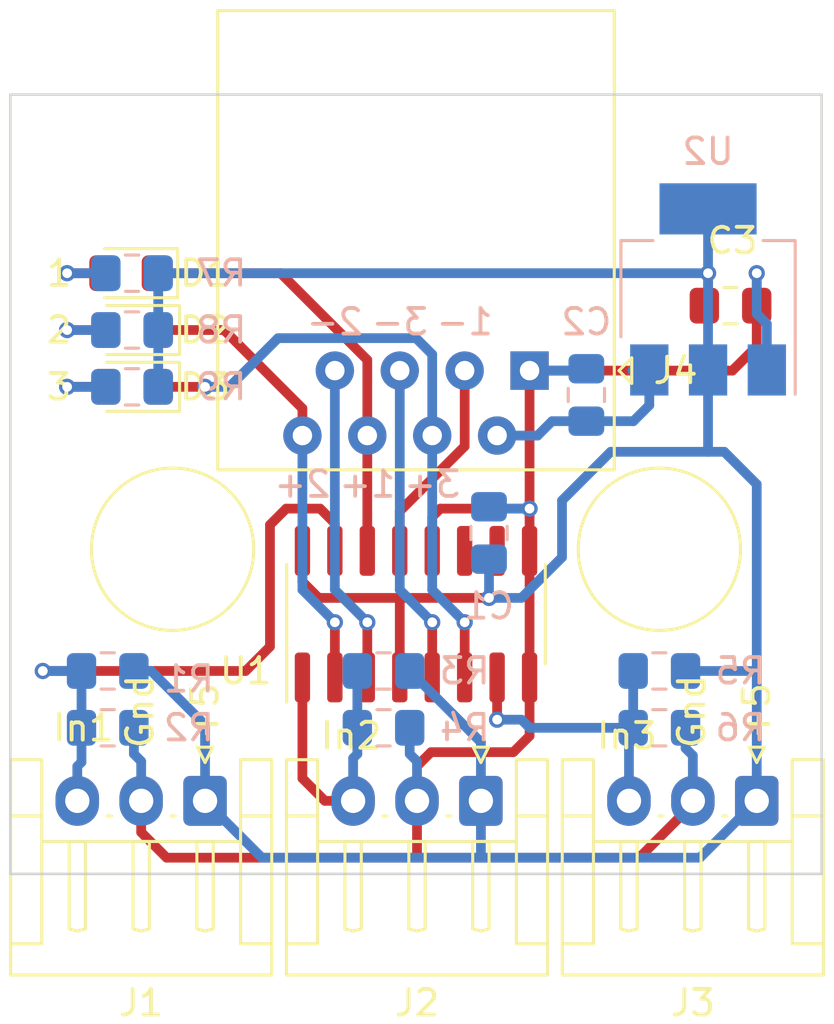
<source format=kicad_pcb>
(kicad_pcb (version 20171130) (host pcbnew "(5.1.4)-1")

  (general
    (thickness 1.6)
    (drawings 40)
    (tracks 172)
    (zones 0)
    (modules 23)
    (nets 16)
  )

  (page A4)
  (layers
    (0 F.Cu signal)
    (31 B.Cu signal)
    (32 B.Adhes user)
    (33 F.Adhes user)
    (34 B.Paste user)
    (35 F.Paste user)
    (36 B.SilkS user)
    (37 F.SilkS user)
    (38 B.Mask user)
    (39 F.Mask user)
    (40 Dwgs.User user hide)
    (41 Cmts.User user)
    (42 Eco1.User user)
    (43 Eco2.User user)
    (44 Edge.Cuts user)
    (45 Margin user)
    (46 B.CrtYd user)
    (47 F.CrtYd user)
    (48 B.Fab user hide)
    (49 F.Fab user hide)
  )

  (setup
    (last_trace_width 0.381)
    (user_trace_width 0.381)
    (trace_clearance 0.2)
    (zone_clearance 0.508)
    (zone_45_only no)
    (trace_min 0.2)
    (via_size 0.635)
    (via_drill 0.381)
    (via_min_size 0.4)
    (via_min_drill 0.3)
    (user_via 0.635 0.381)
    (uvia_size 0.3)
    (uvia_drill 0.1)
    (uvias_allowed no)
    (uvia_min_size 0.2)
    (uvia_min_drill 0.1)
    (edge_width 0.05)
    (segment_width 0.2)
    (pcb_text_width 0.3)
    (pcb_text_size 1.5 1.5)
    (mod_edge_width 0.12)
    (mod_text_size 1 1)
    (mod_text_width 0.15)
    (pad_size 1.524 1.524)
    (pad_drill 0.762)
    (pad_to_mask_clearance 0.051)
    (solder_mask_min_width 0.25)
    (aux_axis_origin 109.5375 107.315)
    (grid_origin 109.5375 107.315)
    (visible_elements 7FFFFFFF)
    (pcbplotparams
      (layerselection 0x010fc_ffffffff)
      (usegerberextensions false)
      (usegerberattributes false)
      (usegerberadvancedattributes false)
      (creategerberjobfile false)
      (excludeedgelayer true)
      (linewidth 0.100000)
      (plotframeref false)
      (viasonmask false)
      (mode 1)
      (useauxorigin false)
      (hpglpennumber 1)
      (hpglpenspeed 20)
      (hpglpendiameter 15.000000)
      (psnegative false)
      (psa4output false)
      (plotreference true)
      (plotvalue true)
      (plotinvisibletext false)
      (padsonsilk false)
      (subtractmaskfromsilk false)
      (outputformat 1)
      (mirror false)
      (drillshape 0)
      (scaleselection 1)
      (outputdirectory ""))
  )

  (net 0 "")
  (net 1 GND)
  (net 2 +5V)
  (net 3 /Vin)
  (net 4 /Led1)
  (net 5 /1+)
  (net 6 /Led2)
  (net 7 /2+)
  (net 8 /Led3)
  (net 9 /3+)
  (net 10 /In1)
  (net 11 /In2)
  (net 12 /2-)
  (net 13 /3-)
  (net 14 /1-)
  (net 15 /In3)

  (net_class Default "This is the default net class."
    (clearance 0.2)
    (trace_width 0.381)
    (via_dia 0.635)
    (via_drill 0.381)
    (uvia_dia 0.3)
    (uvia_drill 0.1)
    (add_net +5V)
    (add_net /1+)
    (add_net /1-)
    (add_net /2+)
    (add_net /2-)
    (add_net /3+)
    (add_net /3-)
    (add_net /In1)
    (add_net /In2)
    (add_net /In3)
    (add_net /Led1)
    (add_net /Led2)
    (add_net /Led3)
    (add_net /Vin)
    (add_net GND)
  )

  (module Connector_JST:JST_EH_S3B-EH_1x03_P2.50mm_Horizontal (layer F.Cu) (tedit 5C281425) (tstamp 5E27FD28)
    (at 138.7475 104.4575 180)
    (descr "JST EH series connector, S3B-EH (http://www.jst-mfg.com/product/pdf/eng/eEH.pdf), generated with kicad-footprint-generator")
    (tags "connector JST EH horizontal")
    (path /5E279AC1)
    (fp_text reference J3 (at 2.5 -7.9) (layer F.SilkS)
      (effects (font (size 1 1) (thickness 0.15)))
    )
    (fp_text value Conn_01x03 (at 2.5 2.7) (layer F.Fab)
      (effects (font (size 1 1) (thickness 0.15)))
    )
    (fp_text user %R (at 2.5 -2.6) (layer F.Fab)
      (effects (font (size 1 1) (thickness 0.15)))
    )
    (fp_line (start 0 -1.407107) (end 0.5 -0.7) (layer F.Fab) (width 0.1))
    (fp_line (start -0.5 -0.7) (end 0 -1.407107) (layer F.Fab) (width 0.1))
    (fp_line (start 0.3 2.1) (end 0 1.5) (layer F.SilkS) (width 0.12))
    (fp_line (start -0.3 2.1) (end 0.3 2.1) (layer F.SilkS) (width 0.12))
    (fp_line (start 0 1.5) (end -0.3 2.1) (layer F.SilkS) (width 0.12))
    (fp_line (start 5.32 -1.59) (end 5 -1.59) (layer F.SilkS) (width 0.12))
    (fp_line (start 5.32 -5.01) (end 5.32 -1.59) (layer F.SilkS) (width 0.12))
    (fp_line (start 5 -5.09) (end 5.32 -5.01) (layer F.SilkS) (width 0.12))
    (fp_line (start 4.68 -5.01) (end 5 -5.09) (layer F.SilkS) (width 0.12))
    (fp_line (start 4.68 -1.59) (end 4.68 -5.01) (layer F.SilkS) (width 0.12))
    (fp_line (start 5 -1.59) (end 4.68 -1.59) (layer F.SilkS) (width 0.12))
    (fp_line (start 3.67 -0.59) (end 3.83 -0.59) (layer F.SilkS) (width 0.12))
    (fp_line (start 2.82 -1.59) (end 2.5 -1.59) (layer F.SilkS) (width 0.12))
    (fp_line (start 2.82 -5.01) (end 2.82 -1.59) (layer F.SilkS) (width 0.12))
    (fp_line (start 2.5 -5.09) (end 2.82 -5.01) (layer F.SilkS) (width 0.12))
    (fp_line (start 2.18 -5.01) (end 2.5 -5.09) (layer F.SilkS) (width 0.12))
    (fp_line (start 2.18 -1.59) (end 2.18 -5.01) (layer F.SilkS) (width 0.12))
    (fp_line (start 2.5 -1.59) (end 2.18 -1.59) (layer F.SilkS) (width 0.12))
    (fp_line (start 1.17 -0.59) (end 1.33 -0.59) (layer F.SilkS) (width 0.12))
    (fp_line (start 0.32 -1.59) (end 0 -1.59) (layer F.SilkS) (width 0.12))
    (fp_line (start 0.32 -5.01) (end 0.32 -1.59) (layer F.SilkS) (width 0.12))
    (fp_line (start 0 -5.09) (end 0.32 -5.01) (layer F.SilkS) (width 0.12))
    (fp_line (start -0.32 -5.01) (end 0 -5.09) (layer F.SilkS) (width 0.12))
    (fp_line (start -0.32 -1.59) (end -0.32 -5.01) (layer F.SilkS) (width 0.12))
    (fp_line (start 0 -1.59) (end -0.32 -1.59) (layer F.SilkS) (width 0.12))
    (fp_line (start -1.39 -1.59) (end 6.39 -1.59) (layer F.SilkS) (width 0.12))
    (fp_line (start 6.39 -0.59) (end 7.61 -0.59) (layer F.SilkS) (width 0.12))
    (fp_line (start 6.39 -5.59) (end 6.39 -0.59) (layer F.SilkS) (width 0.12))
    (fp_line (start 7.61 -5.59) (end 6.39 -5.59) (layer F.SilkS) (width 0.12))
    (fp_line (start -1.39 -0.59) (end -2.61 -0.59) (layer F.SilkS) (width 0.12))
    (fp_line (start -1.39 -5.59) (end -1.39 -0.59) (layer F.SilkS) (width 0.12))
    (fp_line (start -2.61 -5.59) (end -1.39 -5.59) (layer F.SilkS) (width 0.12))
    (fp_line (start 6.39 1.61) (end 6.39 -0.59) (layer F.SilkS) (width 0.12))
    (fp_line (start 7.61 1.61) (end 6.39 1.61) (layer F.SilkS) (width 0.12))
    (fp_line (start 7.61 -6.81) (end 7.61 1.61) (layer F.SilkS) (width 0.12))
    (fp_line (start -2.61 -6.81) (end 7.61 -6.81) (layer F.SilkS) (width 0.12))
    (fp_line (start -2.61 1.61) (end -2.61 -6.81) (layer F.SilkS) (width 0.12))
    (fp_line (start -1.39 1.61) (end -2.61 1.61) (layer F.SilkS) (width 0.12))
    (fp_line (start -1.39 -0.59) (end -1.39 1.61) (layer F.SilkS) (width 0.12))
    (fp_line (start 8 -7.2) (end -3 -7.2) (layer F.CrtYd) (width 0.05))
    (fp_line (start 8 2) (end 8 -7.2) (layer F.CrtYd) (width 0.05))
    (fp_line (start -3 2) (end 8 2) (layer F.CrtYd) (width 0.05))
    (fp_line (start -3 -7.2) (end -3 2) (layer F.CrtYd) (width 0.05))
    (fp_line (start 6.5 -0.7) (end -1.5 -0.7) (layer F.Fab) (width 0.1))
    (fp_line (start 6.5 1.5) (end 6.5 -0.7) (layer F.Fab) (width 0.1))
    (fp_line (start 7.5 1.5) (end 6.5 1.5) (layer F.Fab) (width 0.1))
    (fp_line (start 7.5 -6.7) (end 7.5 1.5) (layer F.Fab) (width 0.1))
    (fp_line (start -2.5 -6.7) (end 7.5 -6.7) (layer F.Fab) (width 0.1))
    (fp_line (start -2.5 1.5) (end -2.5 -6.7) (layer F.Fab) (width 0.1))
    (fp_line (start -1.5 1.5) (end -2.5 1.5) (layer F.Fab) (width 0.1))
    (fp_line (start -1.5 -0.7) (end -1.5 1.5) (layer F.Fab) (width 0.1))
    (pad 3 thru_hole oval (at 5 0 180) (size 1.7 1.95) (drill 0.95) (layers *.Cu *.Mask)
      (net 15 /In3))
    (pad 2 thru_hole oval (at 2.5 0 180) (size 1.7 1.95) (drill 0.95) (layers *.Cu *.Mask)
      (net 1 GND))
    (pad 1 thru_hole roundrect (at 0 0 180) (size 1.7 1.95) (drill 0.95) (layers *.Cu *.Mask) (roundrect_rratio 0.147059)
      (net 2 +5V))
    (model ${KISYS3DMOD}/Connector_JST.3dshapes/JST_EH_S3B-EH_1x03_P2.50mm_Horizontal.wrl
      (at (xyz 0 0 0))
      (scale (xyz 1 1 1))
      (rotate (xyz 0 0 0))
    )
  )

  (module Connector_JST:JST_EH_S3B-EH_1x03_P2.50mm_Horizontal (layer F.Cu) (tedit 5C281425) (tstamp 5E27FEE4)
    (at 127.9525 104.4575 180)
    (descr "JST EH series connector, S3B-EH (http://www.jst-mfg.com/product/pdf/eng/eEH.pdf), generated with kicad-footprint-generator")
    (tags "connector JST EH horizontal")
    (path /5E2796A4)
    (fp_text reference J2 (at 2.5 -7.9) (layer F.SilkS)
      (effects (font (size 1 1) (thickness 0.15)))
    )
    (fp_text value Conn_01x03 (at 2.5 2.7) (layer F.Fab)
      (effects (font (size 1 1) (thickness 0.15)))
    )
    (fp_text user %R (at 2.5 -2.6) (layer F.Fab)
      (effects (font (size 1 1) (thickness 0.15)))
    )
    (fp_line (start 0 -1.407107) (end 0.5 -0.7) (layer F.Fab) (width 0.1))
    (fp_line (start -0.5 -0.7) (end 0 -1.407107) (layer F.Fab) (width 0.1))
    (fp_line (start 0.3 2.1) (end 0 1.5) (layer F.SilkS) (width 0.12))
    (fp_line (start -0.3 2.1) (end 0.3 2.1) (layer F.SilkS) (width 0.12))
    (fp_line (start 0 1.5) (end -0.3 2.1) (layer F.SilkS) (width 0.12))
    (fp_line (start 5.32 -1.59) (end 5 -1.59) (layer F.SilkS) (width 0.12))
    (fp_line (start 5.32 -5.01) (end 5.32 -1.59) (layer F.SilkS) (width 0.12))
    (fp_line (start 5 -5.09) (end 5.32 -5.01) (layer F.SilkS) (width 0.12))
    (fp_line (start 4.68 -5.01) (end 5 -5.09) (layer F.SilkS) (width 0.12))
    (fp_line (start 4.68 -1.59) (end 4.68 -5.01) (layer F.SilkS) (width 0.12))
    (fp_line (start 5 -1.59) (end 4.68 -1.59) (layer F.SilkS) (width 0.12))
    (fp_line (start 3.67 -0.59) (end 3.83 -0.59) (layer F.SilkS) (width 0.12))
    (fp_line (start 2.82 -1.59) (end 2.5 -1.59) (layer F.SilkS) (width 0.12))
    (fp_line (start 2.82 -5.01) (end 2.82 -1.59) (layer F.SilkS) (width 0.12))
    (fp_line (start 2.5 -5.09) (end 2.82 -5.01) (layer F.SilkS) (width 0.12))
    (fp_line (start 2.18 -5.01) (end 2.5 -5.09) (layer F.SilkS) (width 0.12))
    (fp_line (start 2.18 -1.59) (end 2.18 -5.01) (layer F.SilkS) (width 0.12))
    (fp_line (start 2.5 -1.59) (end 2.18 -1.59) (layer F.SilkS) (width 0.12))
    (fp_line (start 1.17 -0.59) (end 1.33 -0.59) (layer F.SilkS) (width 0.12))
    (fp_line (start 0.32 -1.59) (end 0 -1.59) (layer F.SilkS) (width 0.12))
    (fp_line (start 0.32 -5.01) (end 0.32 -1.59) (layer F.SilkS) (width 0.12))
    (fp_line (start 0 -5.09) (end 0.32 -5.01) (layer F.SilkS) (width 0.12))
    (fp_line (start -0.32 -5.01) (end 0 -5.09) (layer F.SilkS) (width 0.12))
    (fp_line (start -0.32 -1.59) (end -0.32 -5.01) (layer F.SilkS) (width 0.12))
    (fp_line (start 0 -1.59) (end -0.32 -1.59) (layer F.SilkS) (width 0.12))
    (fp_line (start -1.39 -1.59) (end 6.39 -1.59) (layer F.SilkS) (width 0.12))
    (fp_line (start 6.39 -0.59) (end 7.61 -0.59) (layer F.SilkS) (width 0.12))
    (fp_line (start 6.39 -5.59) (end 6.39 -0.59) (layer F.SilkS) (width 0.12))
    (fp_line (start 7.61 -5.59) (end 6.39 -5.59) (layer F.SilkS) (width 0.12))
    (fp_line (start -1.39 -0.59) (end -2.61 -0.59) (layer F.SilkS) (width 0.12))
    (fp_line (start -1.39 -5.59) (end -1.39 -0.59) (layer F.SilkS) (width 0.12))
    (fp_line (start -2.61 -5.59) (end -1.39 -5.59) (layer F.SilkS) (width 0.12))
    (fp_line (start 6.39 1.61) (end 6.39 -0.59) (layer F.SilkS) (width 0.12))
    (fp_line (start 7.61 1.61) (end 6.39 1.61) (layer F.SilkS) (width 0.12))
    (fp_line (start 7.61 -6.81) (end 7.61 1.61) (layer F.SilkS) (width 0.12))
    (fp_line (start -2.61 -6.81) (end 7.61 -6.81) (layer F.SilkS) (width 0.12))
    (fp_line (start -2.61 1.61) (end -2.61 -6.81) (layer F.SilkS) (width 0.12))
    (fp_line (start -1.39 1.61) (end -2.61 1.61) (layer F.SilkS) (width 0.12))
    (fp_line (start -1.39 -0.59) (end -1.39 1.61) (layer F.SilkS) (width 0.12))
    (fp_line (start 8 -7.2) (end -3 -7.2) (layer F.CrtYd) (width 0.05))
    (fp_line (start 8 2) (end 8 -7.2) (layer F.CrtYd) (width 0.05))
    (fp_line (start -3 2) (end 8 2) (layer F.CrtYd) (width 0.05))
    (fp_line (start -3 -7.2) (end -3 2) (layer F.CrtYd) (width 0.05))
    (fp_line (start 6.5 -0.7) (end -1.5 -0.7) (layer F.Fab) (width 0.1))
    (fp_line (start 6.5 1.5) (end 6.5 -0.7) (layer F.Fab) (width 0.1))
    (fp_line (start 7.5 1.5) (end 6.5 1.5) (layer F.Fab) (width 0.1))
    (fp_line (start 7.5 -6.7) (end 7.5 1.5) (layer F.Fab) (width 0.1))
    (fp_line (start -2.5 -6.7) (end 7.5 -6.7) (layer F.Fab) (width 0.1))
    (fp_line (start -2.5 1.5) (end -2.5 -6.7) (layer F.Fab) (width 0.1))
    (fp_line (start -1.5 1.5) (end -2.5 1.5) (layer F.Fab) (width 0.1))
    (fp_line (start -1.5 -0.7) (end -1.5 1.5) (layer F.Fab) (width 0.1))
    (pad 3 thru_hole oval (at 5 0 180) (size 1.7 1.95) (drill 0.95) (layers *.Cu *.Mask)
      (net 11 /In2))
    (pad 2 thru_hole oval (at 2.5 0 180) (size 1.7 1.95) (drill 0.95) (layers *.Cu *.Mask)
      (net 1 GND))
    (pad 1 thru_hole roundrect (at 0 0 180) (size 1.7 1.95) (drill 0.95) (layers *.Cu *.Mask) (roundrect_rratio 0.147059)
      (net 2 +5V))
    (model ${KISYS3DMOD}/Connector_JST.3dshapes/JST_EH_S3B-EH_1x03_P2.50mm_Horizontal.wrl
      (at (xyz 0 0 0))
      (scale (xyz 1 1 1))
      (rotate (xyz 0 0 0))
    )
  )

  (module Connector_JST:JST_EH_S3B-EH_1x03_P2.50mm_Horizontal (layer F.Cu) (tedit 5C281425) (tstamp 5E27FDD6)
    (at 117.1575 104.4575 180)
    (descr "JST EH series connector, S3B-EH (http://www.jst-mfg.com/product/pdf/eng/eEH.pdf), generated with kicad-footprint-generator")
    (tags "connector JST EH horizontal")
    (path /5E2790BF)
    (fp_text reference J1 (at 2.5 -7.9) (layer F.SilkS)
      (effects (font (size 1 1) (thickness 0.15)))
    )
    (fp_text value Conn_01x03 (at 2.5 2.7) (layer F.Fab)
      (effects (font (size 1 1) (thickness 0.15)))
    )
    (fp_text user %R (at 2.5 -2.6) (layer F.Fab)
      (effects (font (size 1 1) (thickness 0.15)))
    )
    (fp_line (start 0 -1.407107) (end 0.5 -0.7) (layer F.Fab) (width 0.1))
    (fp_line (start -0.5 -0.7) (end 0 -1.407107) (layer F.Fab) (width 0.1))
    (fp_line (start 0.3 2.1) (end 0 1.5) (layer F.SilkS) (width 0.12))
    (fp_line (start -0.3 2.1) (end 0.3 2.1) (layer F.SilkS) (width 0.12))
    (fp_line (start 0 1.5) (end -0.3 2.1) (layer F.SilkS) (width 0.12))
    (fp_line (start 5.32 -1.59) (end 5 -1.59) (layer F.SilkS) (width 0.12))
    (fp_line (start 5.32 -5.01) (end 5.32 -1.59) (layer F.SilkS) (width 0.12))
    (fp_line (start 5 -5.09) (end 5.32 -5.01) (layer F.SilkS) (width 0.12))
    (fp_line (start 4.68 -5.01) (end 5 -5.09) (layer F.SilkS) (width 0.12))
    (fp_line (start 4.68 -1.59) (end 4.68 -5.01) (layer F.SilkS) (width 0.12))
    (fp_line (start 5 -1.59) (end 4.68 -1.59) (layer F.SilkS) (width 0.12))
    (fp_line (start 3.67 -0.59) (end 3.83 -0.59) (layer F.SilkS) (width 0.12))
    (fp_line (start 2.82 -1.59) (end 2.5 -1.59) (layer F.SilkS) (width 0.12))
    (fp_line (start 2.82 -5.01) (end 2.82 -1.59) (layer F.SilkS) (width 0.12))
    (fp_line (start 2.5 -5.09) (end 2.82 -5.01) (layer F.SilkS) (width 0.12))
    (fp_line (start 2.18 -5.01) (end 2.5 -5.09) (layer F.SilkS) (width 0.12))
    (fp_line (start 2.18 -1.59) (end 2.18 -5.01) (layer F.SilkS) (width 0.12))
    (fp_line (start 2.5 -1.59) (end 2.18 -1.59) (layer F.SilkS) (width 0.12))
    (fp_line (start 1.17 -0.59) (end 1.33 -0.59) (layer F.SilkS) (width 0.12))
    (fp_line (start 0.32 -1.59) (end 0 -1.59) (layer F.SilkS) (width 0.12))
    (fp_line (start 0.32 -5.01) (end 0.32 -1.59) (layer F.SilkS) (width 0.12))
    (fp_line (start 0 -5.09) (end 0.32 -5.01) (layer F.SilkS) (width 0.12))
    (fp_line (start -0.32 -5.01) (end 0 -5.09) (layer F.SilkS) (width 0.12))
    (fp_line (start -0.32 -1.59) (end -0.32 -5.01) (layer F.SilkS) (width 0.12))
    (fp_line (start 0 -1.59) (end -0.32 -1.59) (layer F.SilkS) (width 0.12))
    (fp_line (start -1.39 -1.59) (end 6.39 -1.59) (layer F.SilkS) (width 0.12))
    (fp_line (start 6.39 -0.59) (end 7.61 -0.59) (layer F.SilkS) (width 0.12))
    (fp_line (start 6.39 -5.59) (end 6.39 -0.59) (layer F.SilkS) (width 0.12))
    (fp_line (start 7.61 -5.59) (end 6.39 -5.59) (layer F.SilkS) (width 0.12))
    (fp_line (start -1.39 -0.59) (end -2.61 -0.59) (layer F.SilkS) (width 0.12))
    (fp_line (start -1.39 -5.59) (end -1.39 -0.59) (layer F.SilkS) (width 0.12))
    (fp_line (start -2.61 -5.59) (end -1.39 -5.59) (layer F.SilkS) (width 0.12))
    (fp_line (start 6.39 1.61) (end 6.39 -0.59) (layer F.SilkS) (width 0.12))
    (fp_line (start 7.61 1.61) (end 6.39 1.61) (layer F.SilkS) (width 0.12))
    (fp_line (start 7.61 -6.81) (end 7.61 1.61) (layer F.SilkS) (width 0.12))
    (fp_line (start -2.61 -6.81) (end 7.61 -6.81) (layer F.SilkS) (width 0.12))
    (fp_line (start -2.61 1.61) (end -2.61 -6.81) (layer F.SilkS) (width 0.12))
    (fp_line (start -1.39 1.61) (end -2.61 1.61) (layer F.SilkS) (width 0.12))
    (fp_line (start -1.39 -0.59) (end -1.39 1.61) (layer F.SilkS) (width 0.12))
    (fp_line (start 8 -7.2) (end -3 -7.2) (layer F.CrtYd) (width 0.05))
    (fp_line (start 8 2) (end 8 -7.2) (layer F.CrtYd) (width 0.05))
    (fp_line (start -3 2) (end 8 2) (layer F.CrtYd) (width 0.05))
    (fp_line (start -3 -7.2) (end -3 2) (layer F.CrtYd) (width 0.05))
    (fp_line (start 6.5 -0.7) (end -1.5 -0.7) (layer F.Fab) (width 0.1))
    (fp_line (start 6.5 1.5) (end 6.5 -0.7) (layer F.Fab) (width 0.1))
    (fp_line (start 7.5 1.5) (end 6.5 1.5) (layer F.Fab) (width 0.1))
    (fp_line (start 7.5 -6.7) (end 7.5 1.5) (layer F.Fab) (width 0.1))
    (fp_line (start -2.5 -6.7) (end 7.5 -6.7) (layer F.Fab) (width 0.1))
    (fp_line (start -2.5 1.5) (end -2.5 -6.7) (layer F.Fab) (width 0.1))
    (fp_line (start -1.5 1.5) (end -2.5 1.5) (layer F.Fab) (width 0.1))
    (fp_line (start -1.5 -0.7) (end -1.5 1.5) (layer F.Fab) (width 0.1))
    (pad 3 thru_hole oval (at 5 0 180) (size 1.7 1.95) (drill 0.95) (layers *.Cu *.Mask)
      (net 10 /In1))
    (pad 2 thru_hole oval (at 2.5 0 180) (size 1.7 1.95) (drill 0.95) (layers *.Cu *.Mask)
      (net 1 GND))
    (pad 1 thru_hole roundrect (at 0 0 180) (size 1.7 1.95) (drill 0.95) (layers *.Cu *.Mask) (roundrect_rratio 0.147059)
      (net 2 +5V))
    (model ${KISYS3DMOD}/Connector_JST.3dshapes/JST_EH_S3B-EH_1x03_P2.50mm_Horizontal.wrl
      (at (xyz 0 0 0))
      (scale (xyz 1 1 1))
      (rotate (xyz 0 0 0))
    )
  )

  (module "0MiscParts:MountingHole _1-8_1-4" locked (layer F.Cu) (tedit 5D5FAF04) (tstamp 5E286F59)
    (at 134.9375 94.615)
    (path /5E308498)
    (fp_text reference H2 (at 0 2.032) (layer F.Fab)
      (effects (font (size 1 1) (thickness 0.15)))
    )
    (fp_text value MountingHole (at 0 -2.032) (layer F.Fab)
      (effects (font (size 1 1) (thickness 0.15)))
    )
    (fp_circle (center 0 0) (end 3.175 0) (layer F.SilkS) (width 0.12))
    (pad "" np_thru_hole circle (at 0 0) (size 3.175 3.175) (drill 3.175) (layers *.Cu *.Mask))
  )

  (module "0MiscParts:MountingHole _1-8_1-4" locked (layer F.Cu) (tedit 5D5FAF04) (tstamp 5E286241)
    (at 115.8875 94.615)
    (path /5E308247)
    (fp_text reference H1 (at 0 2.032) (layer F.Fab)
      (effects (font (size 1 1) (thickness 0.15)))
    )
    (fp_text value MountingHole (at 0 -2.032) (layer F.Fab)
      (effects (font (size 1 1) (thickness 0.15)))
    )
    (fp_circle (center 0 0) (end 3.175 0) (layer F.SilkS) (width 0.12))
    (pad "" np_thru_hole circle (at 0 0) (size 3.175 3.175) (drill 3.175) (layers *.Cu *.Mask))
  )

  (module Package_SO:SOIC-16_3.9x9.9mm_P1.27mm (layer F.Cu) (tedit 5C97300E) (tstamp 5E27F0F8)
    (at 125.4125 97.155 90)
    (descr "SOIC, 16 Pin (JEDEC MS-012AC, https://www.analog.com/media/en/package-pcb-resources/package/pkg_pdf/soic_narrow-r/r_16.pdf), generated with kicad-footprint-generator ipc_gullwing_generator.py")
    (tags "SOIC SO")
    (path /5E2852B3)
    (attr smd)
    (fp_text reference U1 (at -2.2225 -6.6675 180) (layer F.SilkS)
      (effects (font (size 1 1) (thickness 0.15)))
    )
    (fp_text value SN75ALS192N (at 0 5.9 90) (layer F.Fab)
      (effects (font (size 1 1) (thickness 0.15)))
    )
    (fp_text user %R (at 0 0 90) (layer F.Fab)
      (effects (font (size 0.98 0.98) (thickness 0.15)))
    )
    (fp_line (start 3.7 -5.2) (end -3.7 -5.2) (layer F.CrtYd) (width 0.05))
    (fp_line (start 3.7 5.2) (end 3.7 -5.2) (layer F.CrtYd) (width 0.05))
    (fp_line (start -3.7 5.2) (end 3.7 5.2) (layer F.CrtYd) (width 0.05))
    (fp_line (start -3.7 -5.2) (end -3.7 5.2) (layer F.CrtYd) (width 0.05))
    (fp_line (start -1.95 -3.975) (end -0.975 -4.95) (layer F.Fab) (width 0.1))
    (fp_line (start -1.95 4.95) (end -1.95 -3.975) (layer F.Fab) (width 0.1))
    (fp_line (start 1.95 4.95) (end -1.95 4.95) (layer F.Fab) (width 0.1))
    (fp_line (start 1.95 -4.95) (end 1.95 4.95) (layer F.Fab) (width 0.1))
    (fp_line (start -0.975 -4.95) (end 1.95 -4.95) (layer F.Fab) (width 0.1))
    (fp_line (start 0 -5.06) (end -3.45 -5.06) (layer F.SilkS) (width 0.12))
    (fp_line (start 0 -5.06) (end 1.95 -5.06) (layer F.SilkS) (width 0.12))
    (fp_line (start 0 5.06) (end -1.95 5.06) (layer F.SilkS) (width 0.12))
    (fp_line (start 0 5.06) (end 1.95 5.06) (layer F.SilkS) (width 0.12))
    (pad 16 smd roundrect (at 2.475 -4.445 90) (size 1.95 0.6) (layers F.Cu F.Paste F.Mask) (roundrect_rratio 0.25)
      (net 2 +5V))
    (pad 15 smd roundrect (at 2.475 -3.175 90) (size 1.95 0.6) (layers F.Cu F.Paste F.Mask) (roundrect_rratio 0.25)
      (net 10 /In1))
    (pad 14 smd roundrect (at 2.475 -1.905 90) (size 1.95 0.6) (layers F.Cu F.Paste F.Mask) (roundrect_rratio 0.25)
      (net 5 /1+))
    (pad 13 smd roundrect (at 2.475 -0.635 90) (size 1.95 0.6) (layers F.Cu F.Paste F.Mask) (roundrect_rratio 0.25)
      (net 14 /1-))
    (pad 12 smd roundrect (at 2.475 0.635 90) (size 1.95 0.6) (layers F.Cu F.Paste F.Mask) (roundrect_rratio 0.25)
      (net 1 GND))
    (pad 11 smd roundrect (at 2.475 1.905 90) (size 1.95 0.6) (layers F.Cu F.Paste F.Mask) (roundrect_rratio 0.25))
    (pad 10 smd roundrect (at 2.475 3.175 90) (size 1.95 0.6) (layers F.Cu F.Paste F.Mask) (roundrect_rratio 0.25))
    (pad 9 smd roundrect (at 2.475 4.445 90) (size 1.95 0.6) (layers F.Cu F.Paste F.Mask) (roundrect_rratio 0.25)
      (net 1 GND))
    (pad 8 smd roundrect (at -2.475 4.445 90) (size 1.95 0.6) (layers F.Cu F.Paste F.Mask) (roundrect_rratio 0.25)
      (net 1 GND))
    (pad 7 smd roundrect (at -2.475 3.175 90) (size 1.95 0.6) (layers F.Cu F.Paste F.Mask) (roundrect_rratio 0.25)
      (net 15 /In3))
    (pad 6 smd roundrect (at -2.475 1.905 90) (size 1.95 0.6) (layers F.Cu F.Paste F.Mask) (roundrect_rratio 0.25)
      (net 9 /3+))
    (pad 5 smd roundrect (at -2.475 0.635 90) (size 1.95 0.6) (layers F.Cu F.Paste F.Mask) (roundrect_rratio 0.25)
      (net 13 /3-))
    (pad 4 smd roundrect (at -2.475 -0.635 90) (size 1.95 0.6) (layers F.Cu F.Paste F.Mask) (roundrect_rratio 0.25)
      (net 2 +5V))
    (pad 3 smd roundrect (at -2.475 -1.905 90) (size 1.95 0.6) (layers F.Cu F.Paste F.Mask) (roundrect_rratio 0.25)
      (net 12 /2-))
    (pad 2 smd roundrect (at -2.475 -3.175 90) (size 1.95 0.6) (layers F.Cu F.Paste F.Mask) (roundrect_rratio 0.25)
      (net 7 /2+))
    (pad 1 smd roundrect (at -2.475 -4.445 90) (size 1.95 0.6) (layers F.Cu F.Paste F.Mask) (roundrect_rratio 0.25)
      (net 11 /In2))
    (model ${KISYS3DMOD}/Package_SO.3dshapes/SOIC-16_3.9x9.9mm_P1.27mm.wrl
      (at (xyz 0 0 0))
      (scale (xyz 1 1 1))
      (rotate (xyz 0 0 0))
    )
  )

  (module Package_TO_SOT_SMD:SOT-223-3_TabPin2 (layer B.Cu) (tedit 5A02FF57) (tstamp 5E286EF7)
    (at 136.8425 84.455 90)
    (descr "module CMS SOT223 4 pins")
    (tags "CMS SOT")
    (path /5E290943)
    (attr smd)
    (fp_text reference U2 (at 5.3975 0 180) (layer B.SilkS)
      (effects (font (size 1 1) (thickness 0.15)) (justify mirror))
    )
    (fp_text value LD1117S50TR_SOT223 (at 0 -4.5 90) (layer B.Fab)
      (effects (font (size 1 1) (thickness 0.15)) (justify mirror))
    )
    (fp_line (start 1.85 3.35) (end 1.85 -3.35) (layer B.Fab) (width 0.1))
    (fp_line (start -1.85 -3.35) (end 1.85 -3.35) (layer B.Fab) (width 0.1))
    (fp_line (start -4.1 3.41) (end 1.91 3.41) (layer B.SilkS) (width 0.12))
    (fp_line (start -0.85 3.35) (end 1.85 3.35) (layer B.Fab) (width 0.1))
    (fp_line (start -1.85 -3.41) (end 1.91 -3.41) (layer B.SilkS) (width 0.12))
    (fp_line (start -1.85 2.35) (end -1.85 -3.35) (layer B.Fab) (width 0.1))
    (fp_line (start -1.85 2.35) (end -0.85 3.35) (layer B.Fab) (width 0.1))
    (fp_line (start -4.4 3.6) (end -4.4 -3.6) (layer B.CrtYd) (width 0.05))
    (fp_line (start -4.4 -3.6) (end 4.4 -3.6) (layer B.CrtYd) (width 0.05))
    (fp_line (start 4.4 -3.6) (end 4.4 3.6) (layer B.CrtYd) (width 0.05))
    (fp_line (start 4.4 3.6) (end -4.4 3.6) (layer B.CrtYd) (width 0.05))
    (fp_line (start 1.91 3.41) (end 1.91 2.15) (layer B.SilkS) (width 0.12))
    (fp_line (start 1.91 -3.41) (end 1.91 -2.15) (layer B.SilkS) (width 0.12))
    (fp_text user %R (at 0 0 180) (layer B.Fab)
      (effects (font (size 0.8 0.8) (thickness 0.12)) (justify mirror))
    )
    (pad 1 smd rect (at -3.15 2.3 90) (size 2 1.5) (layers B.Cu B.Paste B.Mask)
      (net 1 GND))
    (pad 3 smd rect (at -3.15 -2.3 90) (size 2 1.5) (layers B.Cu B.Paste B.Mask)
      (net 3 /Vin))
    (pad 2 smd rect (at -3.15 0 90) (size 2 1.5) (layers B.Cu B.Paste B.Mask)
      (net 2 +5V))
    (pad 2 smd rect (at 3.15 0 90) (size 2 3.8) (layers B.Cu B.Paste B.Mask)
      (net 2 +5V))
    (model ${KISYS3DMOD}/Package_TO_SOT_SMD.3dshapes/SOT-223.wrl
      (at (xyz 0 0 0))
      (scale (xyz 1 1 1))
      (rotate (xyz 0 0 0))
    )
  )

  (module Resistor_SMD:R_0805_2012Metric_Pad1.15x1.40mm_HandSolder (layer B.Cu) (tedit 5B36C52B) (tstamp 5E280F11)
    (at 114.3 88.265 180)
    (descr "Resistor SMD 0805 (2012 Metric), square (rectangular) end terminal, IPC_7351 nominal with elongated pad for handsoldering. (Body size source: https://docs.google.com/spreadsheets/d/1BsfQQcO9C6DZCsRaXUlFlo91Tg2WpOkGARC1WS5S8t0/edit?usp=sharing), generated with kicad-footprint-generator")
    (tags "resistor handsolder")
    (path /5E29F96A)
    (attr smd)
    (fp_text reference R9 (at -3.4925 0) (layer B.SilkS)
      (effects (font (size 1 1) (thickness 0.15)) (justify mirror))
    )
    (fp_text value 5.1k (at 0 -1.65) (layer B.Fab)
      (effects (font (size 1 1) (thickness 0.15)) (justify mirror))
    )
    (fp_text user %R (at 0 0) (layer B.Fab)
      (effects (font (size 0.5 0.5) (thickness 0.08)) (justify mirror))
    )
    (fp_line (start 1.85 -0.95) (end -1.85 -0.95) (layer B.CrtYd) (width 0.05))
    (fp_line (start 1.85 0.95) (end 1.85 -0.95) (layer B.CrtYd) (width 0.05))
    (fp_line (start -1.85 0.95) (end 1.85 0.95) (layer B.CrtYd) (width 0.05))
    (fp_line (start -1.85 -0.95) (end -1.85 0.95) (layer B.CrtYd) (width 0.05))
    (fp_line (start -0.261252 -0.71) (end 0.261252 -0.71) (layer B.SilkS) (width 0.12))
    (fp_line (start -0.261252 0.71) (end 0.261252 0.71) (layer B.SilkS) (width 0.12))
    (fp_line (start 1 -0.6) (end -1 -0.6) (layer B.Fab) (width 0.1))
    (fp_line (start 1 0.6) (end 1 -0.6) (layer B.Fab) (width 0.1))
    (fp_line (start -1 0.6) (end 1 0.6) (layer B.Fab) (width 0.1))
    (fp_line (start -1 -0.6) (end -1 0.6) (layer B.Fab) (width 0.1))
    (pad 2 smd roundrect (at 1.025 0 180) (size 1.15 1.4) (layers B.Cu B.Paste B.Mask) (roundrect_rratio 0.217391)
      (net 8 /Led3))
    (pad 1 smd roundrect (at -1.025 0 180) (size 1.15 1.4) (layers B.Cu B.Paste B.Mask) (roundrect_rratio 0.217391)
      (net 2 +5V))
    (model ${KISYS3DMOD}/Resistor_SMD.3dshapes/R_0805_2012Metric.wrl
      (at (xyz 0 0 0))
      (scale (xyz 1 1 1))
      (rotate (xyz 0 0 0))
    )
  )

  (module Resistor_SMD:R_0805_2012Metric_Pad1.15x1.40mm_HandSolder (layer B.Cu) (tedit 5B36C52B) (tstamp 5E280FE3)
    (at 114.3 86.0425 180)
    (descr "Resistor SMD 0805 (2012 Metric), square (rectangular) end terminal, IPC_7351 nominal with elongated pad for handsoldering. (Body size source: https://docs.google.com/spreadsheets/d/1BsfQQcO9C6DZCsRaXUlFlo91Tg2WpOkGARC1WS5S8t0/edit?usp=sharing), generated with kicad-footprint-generator")
    (tags "resistor handsolder")
    (path /5E29F964)
    (attr smd)
    (fp_text reference R8 (at -3.4925 0) (layer B.SilkS)
      (effects (font (size 1 1) (thickness 0.15)) (justify mirror))
    )
    (fp_text value 5.1k (at 0 -1.65) (layer B.Fab)
      (effects (font (size 1 1) (thickness 0.15)) (justify mirror))
    )
    (fp_text user %R (at 0 0) (layer B.Fab)
      (effects (font (size 0.5 0.5) (thickness 0.08)) (justify mirror))
    )
    (fp_line (start 1.85 -0.95) (end -1.85 -0.95) (layer B.CrtYd) (width 0.05))
    (fp_line (start 1.85 0.95) (end 1.85 -0.95) (layer B.CrtYd) (width 0.05))
    (fp_line (start -1.85 0.95) (end 1.85 0.95) (layer B.CrtYd) (width 0.05))
    (fp_line (start -1.85 -0.95) (end -1.85 0.95) (layer B.CrtYd) (width 0.05))
    (fp_line (start -0.261252 -0.71) (end 0.261252 -0.71) (layer B.SilkS) (width 0.12))
    (fp_line (start -0.261252 0.71) (end 0.261252 0.71) (layer B.SilkS) (width 0.12))
    (fp_line (start 1 -0.6) (end -1 -0.6) (layer B.Fab) (width 0.1))
    (fp_line (start 1 0.6) (end 1 -0.6) (layer B.Fab) (width 0.1))
    (fp_line (start -1 0.6) (end 1 0.6) (layer B.Fab) (width 0.1))
    (fp_line (start -1 -0.6) (end -1 0.6) (layer B.Fab) (width 0.1))
    (pad 2 smd roundrect (at 1.025 0 180) (size 1.15 1.4) (layers B.Cu B.Paste B.Mask) (roundrect_rratio 0.217391)
      (net 6 /Led2))
    (pad 1 smd roundrect (at -1.025 0 180) (size 1.15 1.4) (layers B.Cu B.Paste B.Mask) (roundrect_rratio 0.217391)
      (net 2 +5V))
    (model ${KISYS3DMOD}/Resistor_SMD.3dshapes/R_0805_2012Metric.wrl
      (at (xyz 0 0 0))
      (scale (xyz 1 1 1))
      (rotate (xyz 0 0 0))
    )
  )

  (module Resistor_SMD:R_0805_2012Metric_Pad1.15x1.40mm_HandSolder (layer B.Cu) (tedit 5B36C52B) (tstamp 5E2874E8)
    (at 114.3 83.82 180)
    (descr "Resistor SMD 0805 (2012 Metric), square (rectangular) end terminal, IPC_7351 nominal with elongated pad for handsoldering. (Body size source: https://docs.google.com/spreadsheets/d/1BsfQQcO9C6DZCsRaXUlFlo91Tg2WpOkGARC1WS5S8t0/edit?usp=sharing), generated with kicad-footprint-generator")
    (tags "resistor handsolder")
    (path /5E29F95E)
    (attr smd)
    (fp_text reference R7 (at -3.4925 0) (layer B.SilkS)
      (effects (font (size 1 1) (thickness 0.15)) (justify mirror))
    )
    (fp_text value 5.1k (at 0 -1.65) (layer B.Fab)
      (effects (font (size 1 1) (thickness 0.15)) (justify mirror))
    )
    (fp_text user %R (at 0 0) (layer B.Fab)
      (effects (font (size 0.5 0.5) (thickness 0.08)) (justify mirror))
    )
    (fp_line (start 1.85 -0.95) (end -1.85 -0.95) (layer B.CrtYd) (width 0.05))
    (fp_line (start 1.85 0.95) (end 1.85 -0.95) (layer B.CrtYd) (width 0.05))
    (fp_line (start -1.85 0.95) (end 1.85 0.95) (layer B.CrtYd) (width 0.05))
    (fp_line (start -1.85 -0.95) (end -1.85 0.95) (layer B.CrtYd) (width 0.05))
    (fp_line (start -0.261252 -0.71) (end 0.261252 -0.71) (layer B.SilkS) (width 0.12))
    (fp_line (start -0.261252 0.71) (end 0.261252 0.71) (layer B.SilkS) (width 0.12))
    (fp_line (start 1 -0.6) (end -1 -0.6) (layer B.Fab) (width 0.1))
    (fp_line (start 1 0.6) (end 1 -0.6) (layer B.Fab) (width 0.1))
    (fp_line (start -1 0.6) (end 1 0.6) (layer B.Fab) (width 0.1))
    (fp_line (start -1 -0.6) (end -1 0.6) (layer B.Fab) (width 0.1))
    (pad 2 smd roundrect (at 1.025 0 180) (size 1.15 1.4) (layers B.Cu B.Paste B.Mask) (roundrect_rratio 0.217391)
      (net 4 /Led1))
    (pad 1 smd roundrect (at -1.025 0 180) (size 1.15 1.4) (layers B.Cu B.Paste B.Mask) (roundrect_rratio 0.217391)
      (net 2 +5V))
    (model ${KISYS3DMOD}/Resistor_SMD.3dshapes/R_0805_2012Metric.wrl
      (at (xyz 0 0 0))
      (scale (xyz 1 1 1))
      (rotate (xyz 0 0 0))
    )
  )

  (module Resistor_SMD:R_0805_2012Metric_Pad1.15x1.40mm_HandSolder (layer B.Cu) (tedit 5B36C52B) (tstamp 5E27FCCE)
    (at 134.9375 101.6)
    (descr "Resistor SMD 0805 (2012 Metric), square (rectangular) end terminal, IPC_7351 nominal with elongated pad for handsoldering. (Body size source: https://docs.google.com/spreadsheets/d/1BsfQQcO9C6DZCsRaXUlFlo91Tg2WpOkGARC1WS5S8t0/edit?usp=sharing), generated with kicad-footprint-generator")
    (tags "resistor handsolder")
    (path /5E28152B)
    (attr smd)
    (fp_text reference R6 (at 3.175 0) (layer B.SilkS)
      (effects (font (size 1 1) (thickness 0.15)) (justify mirror))
    )
    (fp_text value 10k (at 0 -1.65) (layer B.Fab)
      (effects (font (size 1 1) (thickness 0.15)) (justify mirror))
    )
    (fp_text user %R (at 0 0) (layer B.Fab)
      (effects (font (size 0.5 0.5) (thickness 0.08)) (justify mirror))
    )
    (fp_line (start 1.85 -0.95) (end -1.85 -0.95) (layer B.CrtYd) (width 0.05))
    (fp_line (start 1.85 0.95) (end 1.85 -0.95) (layer B.CrtYd) (width 0.05))
    (fp_line (start -1.85 0.95) (end 1.85 0.95) (layer B.CrtYd) (width 0.05))
    (fp_line (start -1.85 -0.95) (end -1.85 0.95) (layer B.CrtYd) (width 0.05))
    (fp_line (start -0.261252 -0.71) (end 0.261252 -0.71) (layer B.SilkS) (width 0.12))
    (fp_line (start -0.261252 0.71) (end 0.261252 0.71) (layer B.SilkS) (width 0.12))
    (fp_line (start 1 -0.6) (end -1 -0.6) (layer B.Fab) (width 0.1))
    (fp_line (start 1 0.6) (end 1 -0.6) (layer B.Fab) (width 0.1))
    (fp_line (start -1 0.6) (end 1 0.6) (layer B.Fab) (width 0.1))
    (fp_line (start -1 -0.6) (end -1 0.6) (layer B.Fab) (width 0.1))
    (pad 2 smd roundrect (at 1.025 0) (size 1.15 1.4) (layers B.Cu B.Paste B.Mask) (roundrect_rratio 0.217391)
      (net 1 GND))
    (pad 1 smd roundrect (at -1.025 0) (size 1.15 1.4) (layers B.Cu B.Paste B.Mask) (roundrect_rratio 0.217391)
      (net 15 /In3))
    (model ${KISYS3DMOD}/Resistor_SMD.3dshapes/R_0805_2012Metric.wrl
      (at (xyz 0 0 0))
      (scale (xyz 1 1 1))
      (rotate (xyz 0 0 0))
    )
  )

  (module Resistor_SMD:R_0805_2012Metric_Pad1.15x1.40mm_HandSolder (layer B.Cu) (tedit 5B36C52B) (tstamp 5E27FE5A)
    (at 134.9375 99.3775 180)
    (descr "Resistor SMD 0805 (2012 Metric), square (rectangular) end terminal, IPC_7351 nominal with elongated pad for handsoldering. (Body size source: https://docs.google.com/spreadsheets/d/1BsfQQcO9C6DZCsRaXUlFlo91Tg2WpOkGARC1WS5S8t0/edit?usp=sharing), generated with kicad-footprint-generator")
    (tags "resistor handsolder")
    (path /5E27C181)
    (attr smd)
    (fp_text reference R5 (at -3.175 0) (layer B.SilkS)
      (effects (font (size 1 1) (thickness 0.15)) (justify mirror))
    )
    (fp_text value 10k (at 0 -1.65) (layer B.Fab)
      (effects (font (size 1 1) (thickness 0.15)) (justify mirror))
    )
    (fp_text user %R (at 0 0) (layer B.Fab)
      (effects (font (size 0.5 0.5) (thickness 0.08)) (justify mirror))
    )
    (fp_line (start 1.85 -0.95) (end -1.85 -0.95) (layer B.CrtYd) (width 0.05))
    (fp_line (start 1.85 0.95) (end 1.85 -0.95) (layer B.CrtYd) (width 0.05))
    (fp_line (start -1.85 0.95) (end 1.85 0.95) (layer B.CrtYd) (width 0.05))
    (fp_line (start -1.85 -0.95) (end -1.85 0.95) (layer B.CrtYd) (width 0.05))
    (fp_line (start -0.261252 -0.71) (end 0.261252 -0.71) (layer B.SilkS) (width 0.12))
    (fp_line (start -0.261252 0.71) (end 0.261252 0.71) (layer B.SilkS) (width 0.12))
    (fp_line (start 1 -0.6) (end -1 -0.6) (layer B.Fab) (width 0.1))
    (fp_line (start 1 0.6) (end 1 -0.6) (layer B.Fab) (width 0.1))
    (fp_line (start -1 0.6) (end 1 0.6) (layer B.Fab) (width 0.1))
    (fp_line (start -1 -0.6) (end -1 0.6) (layer B.Fab) (width 0.1))
    (pad 2 smd roundrect (at 1.025 0 180) (size 1.15 1.4) (layers B.Cu B.Paste B.Mask) (roundrect_rratio 0.217391)
      (net 15 /In3))
    (pad 1 smd roundrect (at -1.025 0 180) (size 1.15 1.4) (layers B.Cu B.Paste B.Mask) (roundrect_rratio 0.217391)
      (net 2 +5V))
    (model ${KISYS3DMOD}/Resistor_SMD.3dshapes/R_0805_2012Metric.wrl
      (at (xyz 0 0 0))
      (scale (xyz 1 1 1))
      (rotate (xyz 0 0 0))
    )
  )

  (module Resistor_SMD:R_0805_2012Metric_Pad1.15x1.40mm_HandSolder (layer B.Cu) (tedit 5B36C52B) (tstamp 5E27FFC8)
    (at 124.1425 101.6)
    (descr "Resistor SMD 0805 (2012 Metric), square (rectangular) end terminal, IPC_7351 nominal with elongated pad for handsoldering. (Body size source: https://docs.google.com/spreadsheets/d/1BsfQQcO9C6DZCsRaXUlFlo91Tg2WpOkGARC1WS5S8t0/edit?usp=sharing), generated with kicad-footprint-generator")
    (tags "resistor handsolder")
    (path /5E281525)
    (attr smd)
    (fp_text reference R4 (at 3.175 0) (layer B.SilkS)
      (effects (font (size 1 1) (thickness 0.15)) (justify mirror))
    )
    (fp_text value 10k (at 0 -1.65) (layer B.Fab)
      (effects (font (size 1 1) (thickness 0.15)) (justify mirror))
    )
    (fp_text user %R (at 0 0) (layer B.Fab)
      (effects (font (size 0.5 0.5) (thickness 0.08)) (justify mirror))
    )
    (fp_line (start 1.85 -0.95) (end -1.85 -0.95) (layer B.CrtYd) (width 0.05))
    (fp_line (start 1.85 0.95) (end 1.85 -0.95) (layer B.CrtYd) (width 0.05))
    (fp_line (start -1.85 0.95) (end 1.85 0.95) (layer B.CrtYd) (width 0.05))
    (fp_line (start -1.85 -0.95) (end -1.85 0.95) (layer B.CrtYd) (width 0.05))
    (fp_line (start -0.261252 -0.71) (end 0.261252 -0.71) (layer B.SilkS) (width 0.12))
    (fp_line (start -0.261252 0.71) (end 0.261252 0.71) (layer B.SilkS) (width 0.12))
    (fp_line (start 1 -0.6) (end -1 -0.6) (layer B.Fab) (width 0.1))
    (fp_line (start 1 0.6) (end 1 -0.6) (layer B.Fab) (width 0.1))
    (fp_line (start -1 0.6) (end 1 0.6) (layer B.Fab) (width 0.1))
    (fp_line (start -1 -0.6) (end -1 0.6) (layer B.Fab) (width 0.1))
    (pad 2 smd roundrect (at 1.025 0) (size 1.15 1.4) (layers B.Cu B.Paste B.Mask) (roundrect_rratio 0.217391)
      (net 1 GND))
    (pad 1 smd roundrect (at -1.025 0) (size 1.15 1.4) (layers B.Cu B.Paste B.Mask) (roundrect_rratio 0.217391)
      (net 11 /In2))
    (model ${KISYS3DMOD}/Resistor_SMD.3dshapes/R_0805_2012Metric.wrl
      (at (xyz 0 0 0))
      (scale (xyz 1 1 1))
      (rotate (xyz 0 0 0))
    )
  )

  (module Resistor_SMD:R_0805_2012Metric_Pad1.15x1.40mm_HandSolder (layer B.Cu) (tedit 5B36C52B) (tstamp 5E27FF68)
    (at 124.1425 99.3775 180)
    (descr "Resistor SMD 0805 (2012 Metric), square (rectangular) end terminal, IPC_7351 nominal with elongated pad for handsoldering. (Body size source: https://docs.google.com/spreadsheets/d/1BsfQQcO9C6DZCsRaXUlFlo91Tg2WpOkGARC1WS5S8t0/edit?usp=sharing), generated with kicad-footprint-generator")
    (tags "resistor handsolder")
    (path /5E27C072)
    (attr smd)
    (fp_text reference R3 (at -3.175 0) (layer B.SilkS)
      (effects (font (size 1 1) (thickness 0.15)) (justify mirror))
    )
    (fp_text value 10k (at 0 -1.65) (layer B.Fab)
      (effects (font (size 1 1) (thickness 0.15)) (justify mirror))
    )
    (fp_text user %R (at 0 0) (layer B.Fab)
      (effects (font (size 0.5 0.5) (thickness 0.08)) (justify mirror))
    )
    (fp_line (start 1.85 -0.95) (end -1.85 -0.95) (layer B.CrtYd) (width 0.05))
    (fp_line (start 1.85 0.95) (end 1.85 -0.95) (layer B.CrtYd) (width 0.05))
    (fp_line (start -1.85 0.95) (end 1.85 0.95) (layer B.CrtYd) (width 0.05))
    (fp_line (start -1.85 -0.95) (end -1.85 0.95) (layer B.CrtYd) (width 0.05))
    (fp_line (start -0.261252 -0.71) (end 0.261252 -0.71) (layer B.SilkS) (width 0.12))
    (fp_line (start -0.261252 0.71) (end 0.261252 0.71) (layer B.SilkS) (width 0.12))
    (fp_line (start 1 -0.6) (end -1 -0.6) (layer B.Fab) (width 0.1))
    (fp_line (start 1 0.6) (end 1 -0.6) (layer B.Fab) (width 0.1))
    (fp_line (start -1 0.6) (end 1 0.6) (layer B.Fab) (width 0.1))
    (fp_line (start -1 -0.6) (end -1 0.6) (layer B.Fab) (width 0.1))
    (pad 2 smd roundrect (at 1.025 0 180) (size 1.15 1.4) (layers B.Cu B.Paste B.Mask) (roundrect_rratio 0.217391)
      (net 11 /In2))
    (pad 1 smd roundrect (at -1.025 0 180) (size 1.15 1.4) (layers B.Cu B.Paste B.Mask) (roundrect_rratio 0.217391)
      (net 2 +5V))
    (model ${KISYS3DMOD}/Resistor_SMD.3dshapes/R_0805_2012Metric.wrl
      (at (xyz 0 0 0))
      (scale (xyz 1 1 1))
      (rotate (xyz 0 0 0))
    )
  )

  (module Resistor_SMD:R_0805_2012Metric_Pad1.15x1.40mm_HandSolder (layer B.Cu) (tedit 5B36C52B) (tstamp 5E27FF98)
    (at 113.3475 101.6)
    (descr "Resistor SMD 0805 (2012 Metric), square (rectangular) end terminal, IPC_7351 nominal with elongated pad for handsoldering. (Body size source: https://docs.google.com/spreadsheets/d/1BsfQQcO9C6DZCsRaXUlFlo91Tg2WpOkGARC1WS5S8t0/edit?usp=sharing), generated with kicad-footprint-generator")
    (tags "resistor handsolder")
    (path /5E28151F)
    (attr smd)
    (fp_text reference R2 (at 3.175 0) (layer B.SilkS)
      (effects (font (size 1 1) (thickness 0.15)) (justify mirror))
    )
    (fp_text value 10k (at 0 -1.65) (layer B.Fab)
      (effects (font (size 1 1) (thickness 0.15)) (justify mirror))
    )
    (fp_text user %R (at 0 0) (layer B.Fab)
      (effects (font (size 0.5 0.5) (thickness 0.08)) (justify mirror))
    )
    (fp_line (start 1.85 -0.95) (end -1.85 -0.95) (layer B.CrtYd) (width 0.05))
    (fp_line (start 1.85 0.95) (end 1.85 -0.95) (layer B.CrtYd) (width 0.05))
    (fp_line (start -1.85 0.95) (end 1.85 0.95) (layer B.CrtYd) (width 0.05))
    (fp_line (start -1.85 -0.95) (end -1.85 0.95) (layer B.CrtYd) (width 0.05))
    (fp_line (start -0.261252 -0.71) (end 0.261252 -0.71) (layer B.SilkS) (width 0.12))
    (fp_line (start -0.261252 0.71) (end 0.261252 0.71) (layer B.SilkS) (width 0.12))
    (fp_line (start 1 -0.6) (end -1 -0.6) (layer B.Fab) (width 0.1))
    (fp_line (start 1 0.6) (end 1 -0.6) (layer B.Fab) (width 0.1))
    (fp_line (start -1 0.6) (end 1 0.6) (layer B.Fab) (width 0.1))
    (fp_line (start -1 -0.6) (end -1 0.6) (layer B.Fab) (width 0.1))
    (pad 2 smd roundrect (at 1.025 0) (size 1.15 1.4) (layers B.Cu B.Paste B.Mask) (roundrect_rratio 0.217391)
      (net 1 GND))
    (pad 1 smd roundrect (at -1.025 0) (size 1.15 1.4) (layers B.Cu B.Paste B.Mask) (roundrect_rratio 0.217391)
      (net 10 /In1))
    (model ${KISYS3DMOD}/Resistor_SMD.3dshapes/R_0805_2012Metric.wrl
      (at (xyz 0 0 0))
      (scale (xyz 1 1 1))
      (rotate (xyz 0 0 0))
    )
  )

  (module Resistor_SMD:R_0805_2012Metric_Pad1.15x1.40mm_HandSolder (layer B.Cu) (tedit 5B36C52B) (tstamp 5E27FE8A)
    (at 113.3475 99.3775 180)
    (descr "Resistor SMD 0805 (2012 Metric), square (rectangular) end terminal, IPC_7351 nominal with elongated pad for handsoldering. (Body size source: https://docs.google.com/spreadsheets/d/1BsfQQcO9C6DZCsRaXUlFlo91Tg2WpOkGARC1WS5S8t0/edit?usp=sharing), generated with kicad-footprint-generator")
    (tags "resistor handsolder")
    (path /5E27BADF)
    (attr smd)
    (fp_text reference R1 (at -3.175 -0.3175) (layer B.SilkS)
      (effects (font (size 1 1) (thickness 0.15)) (justify mirror))
    )
    (fp_text value 10k (at 0 -1.65) (layer B.Fab)
      (effects (font (size 1 1) (thickness 0.15)) (justify mirror))
    )
    (fp_text user %R (at 0 0) (layer B.Fab)
      (effects (font (size 0.5 0.5) (thickness 0.08)) (justify mirror))
    )
    (fp_line (start 1.85 -0.95) (end -1.85 -0.95) (layer B.CrtYd) (width 0.05))
    (fp_line (start 1.85 0.95) (end 1.85 -0.95) (layer B.CrtYd) (width 0.05))
    (fp_line (start -1.85 0.95) (end 1.85 0.95) (layer B.CrtYd) (width 0.05))
    (fp_line (start -1.85 -0.95) (end -1.85 0.95) (layer B.CrtYd) (width 0.05))
    (fp_line (start -0.261252 -0.71) (end 0.261252 -0.71) (layer B.SilkS) (width 0.12))
    (fp_line (start -0.261252 0.71) (end 0.261252 0.71) (layer B.SilkS) (width 0.12))
    (fp_line (start 1 -0.6) (end -1 -0.6) (layer B.Fab) (width 0.1))
    (fp_line (start 1 0.6) (end 1 -0.6) (layer B.Fab) (width 0.1))
    (fp_line (start -1 0.6) (end 1 0.6) (layer B.Fab) (width 0.1))
    (fp_line (start -1 -0.6) (end -1 0.6) (layer B.Fab) (width 0.1))
    (pad 2 smd roundrect (at 1.025 0 180) (size 1.15 1.4) (layers B.Cu B.Paste B.Mask) (roundrect_rratio 0.217391)
      (net 10 /In1))
    (pad 1 smd roundrect (at -1.025 0 180) (size 1.15 1.4) (layers B.Cu B.Paste B.Mask) (roundrect_rratio 0.217391)
      (net 2 +5V))
    (model ${KISYS3DMOD}/Resistor_SMD.3dshapes/R_0805_2012Metric.wrl
      (at (xyz 0 0 0))
      (scale (xyz 1 1 1))
      (rotate (xyz 0 0 0))
    )
  )

  (module Connector_RJ:RJ45_Amphenol_54602-x08_Horizontal locked (layer F.Cu) (tedit 5B103613) (tstamp 5E27DD99)
    (at 129.8575 87.63 180)
    (descr "8 Pol Shallow Latch Connector, Modjack, RJ45 (https://cdn.amphenol-icc.com/media/wysiwyg/files/drawing/c-bmj-0102.pdf)")
    (tags RJ45)
    (path /5E28B222)
    (fp_text reference J4 (at -5.715 0) (layer F.SilkS)
      (effects (font (size 1 1) (thickness 0.15)))
    )
    (fp_text value RJ45 (at 4.445 4) (layer F.Fab)
      (effects (font (size 1 1) (thickness 0.15)))
    )
    (fp_line (start 12.6 14.47) (end -3.71 14.47) (layer F.CrtYd) (width 0.05))
    (fp_line (start 12.6 14.47) (end 12.6 -4.27) (layer F.CrtYd) (width 0.05))
    (fp_line (start -3.71 -4.27) (end -3.71 14.47) (layer F.CrtYd) (width 0.05))
    (fp_line (start -3.71 -4.27) (end 12.6 -4.27) (layer F.CrtYd) (width 0.05))
    (fp_line (start -3.315 -3.88) (end -3.315 14.08) (layer F.SilkS) (width 0.12))
    (fp_line (start 12.205 -3.88) (end -3.315 -3.88) (layer F.SilkS) (width 0.12))
    (fp_line (start 12.205 -3.88) (end 12.205 14.08) (layer F.SilkS) (width 0.12))
    (fp_line (start -3.315 14.08) (end 12.205 14.08) (layer F.SilkS) (width 0.12))
    (fp_line (start -3.205 -2.77) (end -2.205 -3.77) (layer F.Fab) (width 0.12))
    (fp_line (start -2.205 -3.77) (end 12.095 -3.77) (layer F.Fab) (width 0.12))
    (fp_line (start 12.095 -3.77) (end 12.095 13.97) (layer F.Fab) (width 0.12))
    (fp_line (start 12.095 13.97) (end -3.205 13.97) (layer F.Fab) (width 0.12))
    (fp_line (start -3.205 13.97) (end -3.205 -2.77) (layer F.Fab) (width 0.12))
    (fp_line (start -3.5 0) (end -4 -0.5) (layer F.SilkS) (width 0.12))
    (fp_line (start -4 -0.5) (end -4 0.5) (layer F.SilkS) (width 0.12))
    (fp_line (start -4 0.5) (end -3.5 0) (layer F.SilkS) (width 0.12))
    (fp_text user %R (at 4.445 2) (layer F.Fab)
      (effects (font (size 1 1) (thickness 0.15)))
    )
    (pad 8 thru_hole circle (at 8.89 -2.54 180) (size 1.5 1.5) (drill 0.76) (layers *.Cu *.Mask)
      (net 7 /2+))
    (pad 7 thru_hole circle (at 7.62 0 180) (size 1.5 1.5) (drill 0.76) (layers *.Cu *.Mask)
      (net 12 /2-))
    (pad 6 thru_hole circle (at 6.35 -2.54 180) (size 1.5 1.5) (drill 0.76) (layers *.Cu *.Mask)
      (net 5 /1+))
    (pad 5 thru_hole circle (at 5.08 0 180) (size 1.5 1.5) (drill 0.76) (layers *.Cu *.Mask)
      (net 13 /3-))
    (pad 4 thru_hole circle (at 3.81 -2.54 180) (size 1.5 1.5) (drill 0.76) (layers *.Cu *.Mask)
      (net 9 /3+))
    (pad 3 thru_hole circle (at 2.54 0 180) (size 1.5 1.5) (drill 0.76) (layers *.Cu *.Mask)
      (net 14 /1-))
    (pad 2 thru_hole circle (at 1.27 -2.54 180) (size 1.5 1.5) (drill 0.76) (layers *.Cu *.Mask)
      (net 3 /Vin))
    (pad 1 thru_hole rect (at 0 0 180) (size 1.5 1.5) (drill 0.76) (layers *.Cu *.Mask)
      (net 1 GND))
    (pad "" np_thru_hole circle (at -1.27 6.35 180) (size 3.2 3.2) (drill 3.2) (layers *.Cu *.Mask))
    (pad "" np_thru_hole circle (at 10.16 6.35 180) (size 3.2 3.2) (drill 3.2) (layers *.Cu *.Mask))
    (model ${KISYS3DMOD}/Connector_RJ.3dshapes/RJ45_Amphenol_54602-x08_Horizontal.wrl
      (at (xyz 0 0 0))
      (scale (xyz 1 1 1))
      (rotate (xyz 0 0 0))
    )
  )

  (module LED_SMD:LED_0805_2012Metric_Pad1.15x1.40mm_HandSolder (layer F.Cu) (tedit 5B4B45C9) (tstamp 5E280F43)
    (at 114.3 88.265 180)
    (descr "LED SMD 0805 (2012 Metric), square (rectangular) end terminal, IPC_7351 nominal, (Body size source: https://docs.google.com/spreadsheets/d/1BsfQQcO9C6DZCsRaXUlFlo91Tg2WpOkGARC1WS5S8t0/edit?usp=sharing), generated with kicad-footprint-generator")
    (tags "LED handsolder")
    (path /5E2A1D8E)
    (attr smd)
    (fp_text reference D3 (at -2.8575 0) (layer F.SilkS)
      (effects (font (size 1 1) (thickness 0.15)))
    )
    (fp_text value Grn (at 0 1.65) (layer F.Fab)
      (effects (font (size 1 1) (thickness 0.15)))
    )
    (fp_text user %R (at 0 0) (layer F.Fab)
      (effects (font (size 0.5 0.5) (thickness 0.08)))
    )
    (fp_line (start 1.85 0.95) (end -1.85 0.95) (layer F.CrtYd) (width 0.05))
    (fp_line (start 1.85 -0.95) (end 1.85 0.95) (layer F.CrtYd) (width 0.05))
    (fp_line (start -1.85 -0.95) (end 1.85 -0.95) (layer F.CrtYd) (width 0.05))
    (fp_line (start -1.85 0.95) (end -1.85 -0.95) (layer F.CrtYd) (width 0.05))
    (fp_line (start -1.86 0.96) (end 1 0.96) (layer F.SilkS) (width 0.12))
    (fp_line (start -1.86 -0.96) (end -1.86 0.96) (layer F.SilkS) (width 0.12))
    (fp_line (start 1 -0.96) (end -1.86 -0.96) (layer F.SilkS) (width 0.12))
    (fp_line (start 1 0.6) (end 1 -0.6) (layer F.Fab) (width 0.1))
    (fp_line (start -1 0.6) (end 1 0.6) (layer F.Fab) (width 0.1))
    (fp_line (start -1 -0.3) (end -1 0.6) (layer F.Fab) (width 0.1))
    (fp_line (start -0.7 -0.6) (end -1 -0.3) (layer F.Fab) (width 0.1))
    (fp_line (start 1 -0.6) (end -0.7 -0.6) (layer F.Fab) (width 0.1))
    (pad 2 smd roundrect (at 1.025 0 180) (size 1.15 1.4) (layers F.Cu F.Paste F.Mask) (roundrect_rratio 0.217391)
      (net 8 /Led3))
    (pad 1 smd roundrect (at -1.025 0 180) (size 1.15 1.4) (layers F.Cu F.Paste F.Mask) (roundrect_rratio 0.217391)
      (net 9 /3+))
    (model ${KISYS3DMOD}/LED_SMD.3dshapes/LED_0805_2012Metric.wrl
      (at (xyz 0 0 0))
      (scale (xyz 1 1 1))
      (rotate (xyz 0 0 0))
    )
  )

  (module LED_SMD:LED_0805_2012Metric_Pad1.15x1.40mm_HandSolder (layer F.Cu) (tedit 5B4B45C9) (tstamp 5E280FAF)
    (at 114.3 86.0425 180)
    (descr "LED SMD 0805 (2012 Metric), square (rectangular) end terminal, IPC_7351 nominal, (Body size source: https://docs.google.com/spreadsheets/d/1BsfQQcO9C6DZCsRaXUlFlo91Tg2WpOkGARC1WS5S8t0/edit?usp=sharing), generated with kicad-footprint-generator")
    (tags "LED handsolder")
    (path /5E2A19AC)
    (attr smd)
    (fp_text reference D2 (at -2.8575 0) (layer F.SilkS)
      (effects (font (size 1 1) (thickness 0.15)))
    )
    (fp_text value Grn (at 0 1.65) (layer F.Fab)
      (effects (font (size 1 1) (thickness 0.15)))
    )
    (fp_text user %R (at 0 0) (layer F.Fab)
      (effects (font (size 0.5 0.5) (thickness 0.08)))
    )
    (fp_line (start 1.85 0.95) (end -1.85 0.95) (layer F.CrtYd) (width 0.05))
    (fp_line (start 1.85 -0.95) (end 1.85 0.95) (layer F.CrtYd) (width 0.05))
    (fp_line (start -1.85 -0.95) (end 1.85 -0.95) (layer F.CrtYd) (width 0.05))
    (fp_line (start -1.85 0.95) (end -1.85 -0.95) (layer F.CrtYd) (width 0.05))
    (fp_line (start -1.86 0.96) (end 1 0.96) (layer F.SilkS) (width 0.12))
    (fp_line (start -1.86 -0.96) (end -1.86 0.96) (layer F.SilkS) (width 0.12))
    (fp_line (start 1 -0.96) (end -1.86 -0.96) (layer F.SilkS) (width 0.12))
    (fp_line (start 1 0.6) (end 1 -0.6) (layer F.Fab) (width 0.1))
    (fp_line (start -1 0.6) (end 1 0.6) (layer F.Fab) (width 0.1))
    (fp_line (start -1 -0.3) (end -1 0.6) (layer F.Fab) (width 0.1))
    (fp_line (start -0.7 -0.6) (end -1 -0.3) (layer F.Fab) (width 0.1))
    (fp_line (start 1 -0.6) (end -0.7 -0.6) (layer F.Fab) (width 0.1))
    (pad 2 smd roundrect (at 1.025 0 180) (size 1.15 1.4) (layers F.Cu F.Paste F.Mask) (roundrect_rratio 0.217391)
      (net 6 /Led2))
    (pad 1 smd roundrect (at -1.025 0 180) (size 1.15 1.4) (layers F.Cu F.Paste F.Mask) (roundrect_rratio 0.217391)
      (net 7 /2+))
    (model ${KISYS3DMOD}/LED_SMD.3dshapes/LED_0805_2012Metric.wrl
      (at (xyz 0 0 0))
      (scale (xyz 1 1 1))
      (rotate (xyz 0 0 0))
    )
  )

  (module LED_SMD:LED_0805_2012Metric_Pad1.15x1.40mm_HandSolder (layer F.Cu) (tedit 5B4B45C9) (tstamp 5E280F79)
    (at 114.2275 83.82 180)
    (descr "LED SMD 0805 (2012 Metric), square (rectangular) end terminal, IPC_7351 nominal, (Body size source: https://docs.google.com/spreadsheets/d/1BsfQQcO9C6DZCsRaXUlFlo91Tg2WpOkGARC1WS5S8t0/edit?usp=sharing), generated with kicad-footprint-generator")
    (tags "LED handsolder")
    (path /5E2A0C85)
    (attr smd)
    (fp_text reference D1 (at -2.93 0) (layer F.SilkS)
      (effects (font (size 1 1) (thickness 0.15)))
    )
    (fp_text value Grn (at 0 1.65) (layer F.Fab)
      (effects (font (size 1 1) (thickness 0.15)))
    )
    (fp_text user %R (at 0 0) (layer F.Fab)
      (effects (font (size 0.5 0.5) (thickness 0.08)))
    )
    (fp_line (start 1.85 0.95) (end -1.85 0.95) (layer F.CrtYd) (width 0.05))
    (fp_line (start 1.85 -0.95) (end 1.85 0.95) (layer F.CrtYd) (width 0.05))
    (fp_line (start -1.85 -0.95) (end 1.85 -0.95) (layer F.CrtYd) (width 0.05))
    (fp_line (start -1.85 0.95) (end -1.85 -0.95) (layer F.CrtYd) (width 0.05))
    (fp_line (start -1.86 0.96) (end 1 0.96) (layer F.SilkS) (width 0.12))
    (fp_line (start -1.86 -0.96) (end -1.86 0.96) (layer F.SilkS) (width 0.12))
    (fp_line (start 1 -0.96) (end -1.86 -0.96) (layer F.SilkS) (width 0.12))
    (fp_line (start 1 0.6) (end 1 -0.6) (layer F.Fab) (width 0.1))
    (fp_line (start -1 0.6) (end 1 0.6) (layer F.Fab) (width 0.1))
    (fp_line (start -1 -0.3) (end -1 0.6) (layer F.Fab) (width 0.1))
    (fp_line (start -0.7 -0.6) (end -1 -0.3) (layer F.Fab) (width 0.1))
    (fp_line (start 1 -0.6) (end -0.7 -0.6) (layer F.Fab) (width 0.1))
    (pad 2 smd roundrect (at 1.025 0 180) (size 1.15 1.4) (layers F.Cu F.Paste F.Mask) (roundrect_rratio 0.217391)
      (net 4 /Led1))
    (pad 1 smd roundrect (at -1.025 0 180) (size 1.15 1.4) (layers F.Cu F.Paste F.Mask) (roundrect_rratio 0.217391)
      (net 5 /1+))
    (model ${KISYS3DMOD}/LED_SMD.3dshapes/LED_0805_2012Metric.wrl
      (at (xyz 0 0 0))
      (scale (xyz 1 1 1))
      (rotate (xyz 0 0 0))
    )
  )

  (module Capacitor_SMD:C_0805_2012Metric_Pad1.15x1.40mm_HandSolder (layer F.Cu) (tedit 5B36C52B) (tstamp 5E286F31)
    (at 137.7225 85.09)
    (descr "Capacitor SMD 0805 (2012 Metric), square (rectangular) end terminal, IPC_7351 nominal with elongated pad for handsoldering. (Body size source: https://docs.google.com/spreadsheets/d/1BsfQQcO9C6DZCsRaXUlFlo91Tg2WpOkGARC1WS5S8t0/edit?usp=sharing), generated with kicad-footprint-generator")
    (tags "capacitor handsolder")
    (path /5E2927C7)
    (attr smd)
    (fp_text reference C3 (at 0.0725 -2.54) (layer F.SilkS)
      (effects (font (size 1 1) (thickness 0.15)))
    )
    (fp_text value 10uf (at 0 1.65) (layer F.Fab)
      (effects (font (size 1 1) (thickness 0.15)))
    )
    (fp_text user %R (at 0 0) (layer F.Fab)
      (effects (font (size 0.5 0.5) (thickness 0.08)))
    )
    (fp_line (start 1.85 0.95) (end -1.85 0.95) (layer F.CrtYd) (width 0.05))
    (fp_line (start 1.85 -0.95) (end 1.85 0.95) (layer F.CrtYd) (width 0.05))
    (fp_line (start -1.85 -0.95) (end 1.85 -0.95) (layer F.CrtYd) (width 0.05))
    (fp_line (start -1.85 0.95) (end -1.85 -0.95) (layer F.CrtYd) (width 0.05))
    (fp_line (start -0.261252 0.71) (end 0.261252 0.71) (layer F.SilkS) (width 0.12))
    (fp_line (start -0.261252 -0.71) (end 0.261252 -0.71) (layer F.SilkS) (width 0.12))
    (fp_line (start 1 0.6) (end -1 0.6) (layer F.Fab) (width 0.1))
    (fp_line (start 1 -0.6) (end 1 0.6) (layer F.Fab) (width 0.1))
    (fp_line (start -1 -0.6) (end 1 -0.6) (layer F.Fab) (width 0.1))
    (fp_line (start -1 0.6) (end -1 -0.6) (layer F.Fab) (width 0.1))
    (pad 2 smd roundrect (at 1.025 0) (size 1.15 1.4) (layers F.Cu F.Paste F.Mask) (roundrect_rratio 0.217391)
      (net 1 GND))
    (pad 1 smd roundrect (at -1.025 0) (size 1.15 1.4) (layers F.Cu F.Paste F.Mask) (roundrect_rratio 0.217391)
      (net 2 +5V))
    (model ${KISYS3DMOD}/Capacitor_SMD.3dshapes/C_0805_2012Metric.wrl
      (at (xyz 0 0 0))
      (scale (xyz 1 1 1))
      (rotate (xyz 0 0 0))
    )
  )

  (module Capacitor_SMD:C_0805_2012Metric_Pad1.15x1.40mm_HandSolder (layer B.Cu) (tedit 5B36C52B) (tstamp 5E285497)
    (at 132.08 88.5825 90)
    (descr "Capacitor SMD 0805 (2012 Metric), square (rectangular) end terminal, IPC_7351 nominal with elongated pad for handsoldering. (Body size source: https://docs.google.com/spreadsheets/d/1BsfQQcO9C6DZCsRaXUlFlo91Tg2WpOkGARC1WS5S8t0/edit?usp=sharing), generated with kicad-footprint-generator")
    (tags "capacitor handsolder")
    (path /5E2922F4)
    (attr smd)
    (fp_text reference C2 (at 2.8575 0 180) (layer B.SilkS)
      (effects (font (size 1 1) (thickness 0.15)) (justify mirror))
    )
    (fp_text value .1uf (at 0 -1.65 90) (layer B.Fab)
      (effects (font (size 1 1) (thickness 0.15)) (justify mirror))
    )
    (fp_text user %R (at 0 0 90) (layer B.Fab)
      (effects (font (size 0.5 0.5) (thickness 0.08)) (justify mirror))
    )
    (fp_line (start 1.85 -0.95) (end -1.85 -0.95) (layer B.CrtYd) (width 0.05))
    (fp_line (start 1.85 0.95) (end 1.85 -0.95) (layer B.CrtYd) (width 0.05))
    (fp_line (start -1.85 0.95) (end 1.85 0.95) (layer B.CrtYd) (width 0.05))
    (fp_line (start -1.85 -0.95) (end -1.85 0.95) (layer B.CrtYd) (width 0.05))
    (fp_line (start -0.261252 -0.71) (end 0.261252 -0.71) (layer B.SilkS) (width 0.12))
    (fp_line (start -0.261252 0.71) (end 0.261252 0.71) (layer B.SilkS) (width 0.12))
    (fp_line (start 1 -0.6) (end -1 -0.6) (layer B.Fab) (width 0.1))
    (fp_line (start 1 0.6) (end 1 -0.6) (layer B.Fab) (width 0.1))
    (fp_line (start -1 0.6) (end 1 0.6) (layer B.Fab) (width 0.1))
    (fp_line (start -1 -0.6) (end -1 0.6) (layer B.Fab) (width 0.1))
    (pad 2 smd roundrect (at 1.025 0 90) (size 1.15 1.4) (layers B.Cu B.Paste B.Mask) (roundrect_rratio 0.217391)
      (net 1 GND))
    (pad 1 smd roundrect (at -1.025 0 90) (size 1.15 1.4) (layers B.Cu B.Paste B.Mask) (roundrect_rratio 0.217391)
      (net 3 /Vin))
    (model ${KISYS3DMOD}/Capacitor_SMD.3dshapes/C_0805_2012Metric.wrl
      (at (xyz 0 0 0))
      (scale (xyz 1 1 1))
      (rotate (xyz 0 0 0))
    )
  )

  (module Capacitor_SMD:C_0805_2012Metric_Pad1.15x1.40mm_HandSolder (layer B.Cu) (tedit 5B36C52B) (tstamp 5E28662D)
    (at 128.27 93.98 90)
    (descr "Capacitor SMD 0805 (2012 Metric), square (rectangular) end terminal, IPC_7351 nominal with elongated pad for handsoldering. (Body size source: https://docs.google.com/spreadsheets/d/1BsfQQcO9C6DZCsRaXUlFlo91Tg2WpOkGARC1WS5S8t0/edit?usp=sharing), generated with kicad-footprint-generator")
    (tags "capacitor handsolder")
    (path /5E293419)
    (attr smd)
    (fp_text reference C1 (at -2.8575 0) (layer B.SilkS)
      (effects (font (size 1 1) (thickness 0.15)) (justify mirror))
    )
    (fp_text value .1uf (at 0 -1.65 90) (layer B.Fab)
      (effects (font (size 1 1) (thickness 0.15)) (justify mirror))
    )
    (fp_text user %R (at 0 0 90) (layer B.Fab)
      (effects (font (size 0.5 0.5) (thickness 0.08)) (justify mirror))
    )
    (fp_line (start 1.85 -0.95) (end -1.85 -0.95) (layer B.CrtYd) (width 0.05))
    (fp_line (start 1.85 0.95) (end 1.85 -0.95) (layer B.CrtYd) (width 0.05))
    (fp_line (start -1.85 0.95) (end 1.85 0.95) (layer B.CrtYd) (width 0.05))
    (fp_line (start -1.85 -0.95) (end -1.85 0.95) (layer B.CrtYd) (width 0.05))
    (fp_line (start -0.261252 -0.71) (end 0.261252 -0.71) (layer B.SilkS) (width 0.12))
    (fp_line (start -0.261252 0.71) (end 0.261252 0.71) (layer B.SilkS) (width 0.12))
    (fp_line (start 1 -0.6) (end -1 -0.6) (layer B.Fab) (width 0.1))
    (fp_line (start 1 0.6) (end 1 -0.6) (layer B.Fab) (width 0.1))
    (fp_line (start -1 0.6) (end 1 0.6) (layer B.Fab) (width 0.1))
    (fp_line (start -1 -0.6) (end -1 0.6) (layer B.Fab) (width 0.1))
    (pad 2 smd roundrect (at 1.025 0 90) (size 1.15 1.4) (layers B.Cu B.Paste B.Mask) (roundrect_rratio 0.217391)
      (net 1 GND))
    (pad 1 smd roundrect (at -1.025 0 90) (size 1.15 1.4) (layers B.Cu B.Paste B.Mask) (roundrect_rratio 0.217391)
      (net 2 +5V))
    (model ${KISYS3DMOD}/Capacitor_SMD.3dshapes/C_0805_2012Metric.wrl
      (at (xyz 0 0 0))
      (scale (xyz 1 1 1))
      (rotate (xyz 0 0 0))
    )
  )

  (gr_text +5 (at 138.7475 100.965 90) (layer F.SilkS) (tstamp 5E32180D)
    (effects (font (size 1.016 1.016) (thickness 0.1524)))
  )
  (gr_text Gnd (at 136.2075 100.965 90) (layer F.SilkS) (tstamp 5E32180C)
    (effects (font (size 1.016 1.016) (thickness 0.1524)))
  )
  (gr_text +5 (at 117.1575 100.965 90) (layer F.SilkS) (tstamp 5E32166C)
    (effects (font (size 1.016 1.016) (thickness 0.1524)))
  )
  (gr_text Gnd (at 114.6175 100.965 90) (layer F.SilkS) (tstamp 5E321540)
    (effects (font (size 1.016 1.016) (thickness 0.1524)))
  )
  (dimension 5.08 (width 0.15) (layer Dwgs.User)
    (gr_text "0.2000 in" (at 114.6175 73.63) (layer Dwgs.User)
      (effects (font (size 1 1) (thickness 0.15)))
    )
    (feature1 (pts (xy 112.0775 76.835) (xy 112.0775 74.343579)))
    (feature2 (pts (xy 117.1575 76.835) (xy 117.1575 74.343579)))
    (crossbar (pts (xy 117.1575 74.93) (xy 112.0775 74.93)))
    (arrow1a (pts (xy 112.0775 74.93) (xy 113.204004 74.343579)))
    (arrow1b (pts (xy 112.0775 74.93) (xy 113.204004 75.516421)))
    (arrow2a (pts (xy 117.1575 74.93) (xy 116.030996 74.343579)))
    (arrow2b (pts (xy 117.1575 74.93) (xy 116.030996 75.516421)))
  )
  (dimension 8.255 (width 0.15) (layer Dwgs.User)
    (gr_text "0.3250 in" (at 121.285 71.09) (layer Dwgs.User)
      (effects (font (size 1 1) (thickness 0.15)))
    )
    (feature1 (pts (xy 117.1575 76.835) (xy 117.1575 71.803579)))
    (feature2 (pts (xy 125.4125 76.835) (xy 125.4125 71.803579)))
    (crossbar (pts (xy 125.4125 72.39) (xy 117.1575 72.39)))
    (arrow1a (pts (xy 117.1575 72.39) (xy 118.284004 71.803579)))
    (arrow1b (pts (xy 117.1575 72.39) (xy 118.284004 72.976421)))
    (arrow2a (pts (xy 125.4125 72.39) (xy 124.285996 71.803579)))
    (arrow2b (pts (xy 125.4125 72.39) (xy 124.285996 72.976421)))
  )
  (dimension 6.985 (width 0.15) (layer Dwgs.User)
    (gr_text "0.2750 in" (at 106.3325 86.0425 90) (layer Dwgs.User)
      (effects (font (size 1 1) (thickness 0.15)))
    )
    (feature1 (pts (xy 109.5375 82.55) (xy 107.046079 82.55)))
    (feature2 (pts (xy 109.5375 89.535) (xy 107.046079 89.535)))
    (crossbar (pts (xy 107.6325 89.535) (xy 107.6325 82.55)))
    (arrow1a (pts (xy 107.6325 82.55) (xy 108.218921 83.676504)))
    (arrow1b (pts (xy 107.6325 82.55) (xy 107.046079 83.676504)))
    (arrow2a (pts (xy 107.6325 89.535) (xy 108.218921 88.408496)))
    (arrow2b (pts (xy 107.6325 89.535) (xy 107.046079 88.408496)))
  )
  (dimension 2.54 (width 0.15) (layer Dwgs.User)
    (gr_text "0.1000 in" (at 103.7925 90.805 90) (layer Dwgs.User)
      (effects (font (size 1 1) (thickness 0.15)))
    )
    (feature1 (pts (xy 109.5375 89.535) (xy 104.506079 89.535)))
    (feature2 (pts (xy 109.5375 92.075) (xy 104.506079 92.075)))
    (crossbar (pts (xy 105.0925 92.075) (xy 105.0925 89.535)))
    (arrow1a (pts (xy 105.0925 89.535) (xy 105.678921 90.661504)))
    (arrow1b (pts (xy 105.0925 89.535) (xy 104.506079 90.661504)))
    (arrow2a (pts (xy 105.0925 92.075) (xy 105.678921 90.948496)))
    (arrow2b (pts (xy 105.0925 92.075) (xy 104.506079 90.948496)))
  )
  (gr_line (start 112.0775 89.535) (end 117.1575 89.535) (layer Dwgs.User) (width 0.15))
  (gr_line (start 112.0775 82.55) (end 112.0775 89.535) (layer Dwgs.User) (width 0.15))
  (gr_line (start 117.1575 82.55) (end 112.0775 82.55) (layer Dwgs.User) (width 0.15))
  (dimension 12.7 (width 0.15) (layer Dwgs.User)
    (gr_text "0.5000 in" (at 106.3325 100.965 90) (layer Dwgs.User)
      (effects (font (size 1 1) (thickness 0.15)))
    )
    (feature1 (pts (xy 109.5375 94.615) (xy 107.046079 94.615)))
    (feature2 (pts (xy 109.5375 107.315) (xy 107.046079 107.315)))
    (crossbar (pts (xy 107.6325 107.315) (xy 107.6325 94.615)))
    (arrow1a (pts (xy 107.6325 94.615) (xy 108.218921 95.741504)))
    (arrow1b (pts (xy 107.6325 94.615) (xy 107.046079 95.741504)))
    (arrow2a (pts (xy 107.6325 107.315) (xy 108.218921 106.188496)))
    (arrow2b (pts (xy 107.6325 107.315) (xy 107.046079 106.188496)))
  )
  (dimension 31.75 (width 0.15) (layer Dwgs.User)
    (gr_text "1.2500 in" (at 125.4125 64.74) (layer Dwgs.User)
      (effects (font (size 1 1) (thickness 0.15)))
    )
    (feature1 (pts (xy 141.2875 76.835) (xy 141.2875 65.453579)))
    (feature2 (pts (xy 109.5375 76.835) (xy 109.5375 65.453579)))
    (crossbar (pts (xy 109.5375 66.04) (xy 141.2875 66.04)))
    (arrow1a (pts (xy 141.2875 66.04) (xy 140.160996 66.626421)))
    (arrow1b (pts (xy 141.2875 66.04) (xy 140.160996 65.453579)))
    (arrow2a (pts (xy 109.5375 66.04) (xy 110.664004 66.626421)))
    (arrow2b (pts (xy 109.5375 66.04) (xy 110.664004 65.453579)))
  )
  (dimension 12.7 (width 0.15) (layer Dwgs.User)
    (gr_text "0.5000 in" (at 143.8575 100.965 90) (layer Dwgs.User)
      (effects (font (size 1 1) (thickness 0.15)))
    )
    (feature1 (pts (xy 141.2875 94.615) (xy 143.143921 94.615)))
    (feature2 (pts (xy 141.2875 107.315) (xy 143.143921 107.315)))
    (crossbar (pts (xy 142.5575 107.315) (xy 142.5575 94.615)))
    (arrow1a (pts (xy 142.5575 94.615) (xy 143.143921 95.741504)))
    (arrow1b (pts (xy 142.5575 94.615) (xy 141.971079 95.741504)))
    (arrow2a (pts (xy 142.5575 107.315) (xy 143.143921 106.188496)))
    (arrow2b (pts (xy 142.5575 107.315) (xy 141.971079 106.188496)))
  )
  (dimension 30.48 (width 0.15) (layer Dwgs.User)
    (gr_text "1.2000 in" (at 147.0325 92.075 90) (layer Dwgs.User)
      (effects (font (size 1 1) (thickness 0.15)))
    )
    (feature1 (pts (xy 141.2875 107.315) (xy 146.318921 107.315)))
    (feature2 (pts (xy 141.2875 76.835) (xy 146.318921 76.835)))
    (crossbar (pts (xy 145.7325 76.835) (xy 145.7325 107.315)))
    (arrow1a (pts (xy 145.7325 107.315) (xy 145.146079 106.188496)))
    (arrow1b (pts (xy 145.7325 107.315) (xy 146.318921 106.188496)))
    (arrow2a (pts (xy 145.7325 76.835) (xy 145.146079 77.961504)))
    (arrow2b (pts (xy 145.7325 76.835) (xy 146.318921 77.961504)))
  )
  (dimension 2.54 (width 0.15) (layer Dwgs.User)
    (gr_text "0.1000 in" (at 143.8575 93.345 90) (layer Dwgs.User)
      (effects (font (size 1 1) (thickness 0.15)))
    )
    (feature1 (pts (xy 141.2875 92.075) (xy 143.143921 92.075)))
    (feature2 (pts (xy 141.2875 94.615) (xy 143.143921 94.615)))
    (crossbar (pts (xy 142.5575 94.615) (xy 142.5575 92.075)))
    (arrow1a (pts (xy 142.5575 92.075) (xy 143.143921 93.201504)))
    (arrow1b (pts (xy 142.5575 92.075) (xy 141.971079 93.201504)))
    (arrow2a (pts (xy 142.5575 94.615) (xy 143.143921 93.488496)))
    (arrow2b (pts (xy 142.5575 94.615) (xy 141.971079 93.488496)))
  )
  (gr_line (start 141.2875 107.315) (end 109.5375 107.315) (layer Edge.Cuts) (width 0.1))
  (gr_line (start 141.2875 76.835) (end 141.2875 107.315) (layer Edge.Cuts) (width 0.1))
  (gr_line (start 109.5375 76.835) (end 141.2875 76.835) (layer Edge.Cuts) (width 0.1))
  (gr_line (start 109.5375 107.315) (end 109.5375 76.835) (layer Edge.Cuts) (width 0.1))
  (gr_text 3+ (at 126.0475 92.075) (layer B.SilkS)
    (effects (font (size 1 1) (thickness 0.15)) (justify mirror))
  )
  (gr_text 1+ (at 123.5075 92.075) (layer B.SilkS)
    (effects (font (size 1 1) (thickness 0.15)) (justify mirror))
  )
  (gr_text 3- (at 124.7775 85.725) (layer B.SilkS)
    (effects (font (size 1 1) (thickness 0.15)) (justify mirror))
  )
  (gr_text 1- (at 127.3175 85.725) (layer B.SilkS)
    (effects (font (size 1 1) (thickness 0.15)) (justify mirror))
  )
  (gr_text 2- (at 122.2375 85.725) (layer B.SilkS)
    (effects (font (size 1 1) (thickness 0.15)) (justify mirror))
  )
  (gr_text 2+ (at 120.9675 92.075) (layer B.SilkS)
    (effects (font (size 1 1) (thickness 0.15)) (justify mirror))
  )
  (gr_text 3 (at 111.4425 88.265) (layer F.SilkS)
    (effects (font (size 1 1) (thickness 0.15)))
  )
  (gr_text 2 (at 111.4425 86.0425) (layer F.SilkS)
    (effects (font (size 1 1) (thickness 0.15)))
  )
  (gr_text 1 (at 111.4425 83.82) (layer F.SilkS)
    (effects (font (size 1 1) (thickness 0.15)))
  )
  (gr_text In3 (at 133.6675 101.9175) (layer F.SilkS)
    (effects (font (size 1 1) (thickness 0.15)))
  )
  (gr_text In2 (at 122.8725 101.9175) (layer F.SilkS)
    (effects (font (size 1.016 1.016) (thickness 0.1524)))
  )
  (gr_text In1 (at 112.395 101.6) (layer F.SilkS)
    (effects (font (size 1.016 1.016) (thickness 0.1524)))
  )
  (gr_line (start 134.9375 76.835) (end 134.9375 94.615) (layer Dwgs.User) (width 0.15))
  (gr_line (start 115.8875 76.835) (end 115.8875 94.615) (layer Dwgs.User) (width 0.15))
  (dimension 19.05 (width 0.15) (layer Dwgs.User)
    (gr_text "0.7500 in" (at 125.4125 67.915) (layer Dwgs.User)
      (effects (font (size 1 1) (thickness 0.15)))
    )
    (feature1 (pts (xy 115.8875 76.835) (xy 115.8875 68.628579)))
    (feature2 (pts (xy 134.9375 76.835) (xy 134.9375 68.628579)))
    (crossbar (pts (xy 134.9375 69.215) (xy 115.8875 69.215)))
    (arrow1a (pts (xy 115.8875 69.215) (xy 117.014004 68.628579)))
    (arrow1b (pts (xy 115.8875 69.215) (xy 117.014004 69.801421)))
    (arrow2a (pts (xy 134.9375 69.215) (xy 133.810996 68.628579)))
    (arrow2b (pts (xy 134.9375 69.215) (xy 133.810996 69.801421)))
  )
  (gr_line (start 109.5375 94.615) (end 141.2875 94.615) (layer Dwgs.User) (width 0.15))
  (gr_line (start 125.4125 76.835) (end 125.4125 107.315) (layer Dwgs.User) (width 0.15))
  (gr_line (start 109.5375 81.28) (end 141.2875 81.28) (layer Dwgs.User) (width 0.15))
  (gr_line (start 109.5375 92.075) (end 141.2875 92.075) (layer Dwgs.User) (width 0.15))
  (gr_line (start 109.5375 104.4575) (end 141.2875 104.4575) (layer Dwgs.User) (width 0.15) (tstamp 5E27FFE9))

  (segment (start 114.3725 101.6) (end 114.3725 102.625) (width 0.381) (layer B.Cu) (net 1))
  (segment (start 114.3725 102.625) (end 114.6575 102.91) (width 0.381) (layer B.Cu) (net 1))
  (segment (start 114.6575 102.91) (end 114.6575 104.4575) (width 0.381) (layer B.Cu) (net 1))
  (segment (start 125.1675 101.6) (end 125.1675 102.625) (width 0.381) (layer B.Cu) (net 1))
  (segment (start 125.1675 102.625) (end 125.4525 102.91) (width 0.381) (layer B.Cu) (net 1))
  (segment (start 125.4525 102.91) (end 125.4525 104.4575) (width 0.381) (layer B.Cu) (net 1))
  (segment (start 136.2475 102.685) (end 136.2475 104.4575) (width 0.381) (layer B.Cu) (net 1) (status 1000000))
  (segment (start 135.9625 102.4) (end 136.2475 102.685) (width 0.381) (layer B.Cu) (net 1) (status 1000000))
  (segment (start 135.9625 101.6) (end 135.9625 102.4) (width 0.381) (layer B.Cu) (net 1) (status 1000000))
  (segment (start 114.6575 105.6865) (end 115.651 106.68) (width 0.381) (layer F.Cu) (net 1))
  (segment (start 115.651 106.68) (end 125.4125 106.68) (width 0.381) (layer F.Cu) (net 1))
  (segment (start 114.6575 104.4575) (end 114.6575 105.6865) (width 0.381) (layer F.Cu) (net 1))
  (segment (start 136.2475 104.5825) (end 136.2475 104.4575) (width 0.254) (layer F.Cu) (net 1))
  (segment (start 125.4125 106.68) (end 134.15 106.68) (width 0.381) (layer F.Cu) (net 1))
  (segment (start 134.15 106.68) (end 136.2475 104.5825) (width 0.381) (layer F.Cu) (net 1))
  (segment (start 125.4525 106.64) (end 125.4125 106.68) (width 0.254) (layer F.Cu) (net 1))
  (segment (start 125.4525 104.4575) (end 125.4525 106.64) (width 0.381) (layer F.Cu) (net 1))
  (segment (start 129.8575 94.68) (end 129.8575 99.63) (width 0.381) (layer F.Cu) (net 1))
  (segment (start 129.8575 93.345) (end 129.8575 93.345) (width 0.381) (layer F.Cu) (net 1))
  (segment (start 126.0475 94.68) (end 126.0475 93.345) (width 0.381) (layer F.Cu) (net 1))
  (segment (start 126.0475 93.345) (end 126.365 93.0275) (width 0.381) (layer F.Cu) (net 1))
  (segment (start 125.4525 103.1015) (end 126.0015 102.5525) (width 0.381) (layer F.Cu) (net 1))
  (segment (start 125.4525 104.4575) (end 125.4525 103.1015) (width 0.381) (layer F.Cu) (net 1))
  (segment (start 126.0015 102.5525) (end 129.2225 102.5525) (width 0.381) (layer F.Cu) (net 1))
  (segment (start 129.8575 101.9175) (end 129.8575 99.63) (width 0.381) (layer F.Cu) (net 1))
  (segment (start 129.2225 102.5525) (end 129.8575 101.9175) (width 0.381) (layer F.Cu) (net 1))
  (segment (start 139.065 87.6825) (end 139.1425 87.605) (width 0.381) (layer B.Cu) (net 1) (tstamp 5E286EDD))
  (segment (start 132.0075 87.63) (end 132.08 87.5575) (width 0.381) (layer B.Cu) (net 1))
  (segment (start 129.8575 87.63) (end 132.0075 87.63) (width 0.381) (layer B.Cu) (net 1))
  (segment (start 139.1425 87.605) (end 139.1425 85.8025) (width 0.381) (layer B.Cu) (net 1) (tstamp 5E286F79))
  (segment (start 139.1425 85.8025) (end 138.7475 85.4075) (width 0.381) (layer B.Cu) (net 1) (tstamp 5E286F76))
  (segment (start 138.7475 85.4075) (end 138.7475 83.82) (width 0.381) (layer B.Cu) (net 1) (tstamp 5E286F73))
  (segment (start 138.7475 83.82) (end 138.7475 83.82) (width 0.381) (layer B.Cu) (net 1) (tstamp 5E286F7F))
  (via (at 138.7475 83.82) (size 0.635) (drill 0.381) (layers F.Cu B.Cu) (net 1) (tstamp 5E286F8B))
  (segment (start 138.7475 83.82) (end 138.7475 85.09) (width 0.381) (layer F.Cu) (net 1) (tstamp 5E286F64))
  (via (at 129.8575 93.027504) (size 0.635) (drill 0.381) (layers F.Cu B.Cu) (net 1))
  (segment (start 129.8575 94.68) (end 129.8575 93.027504) (width 0.381) (layer F.Cu) (net 1))
  (segment (start 126.365004 93.027504) (end 129.8575 93.027504) (width 0.381) (layer F.Cu) (net 1))
  (segment (start 126.365 93.0275) (end 126.365004 93.027504) (width 0.381) (layer F.Cu) (net 1))
  (segment (start 129.8575 87.63) (end 129.8575 93.027504) (width 0.381) (layer F.Cu) (net 1))
  (segment (start 128.342504 93.027504) (end 128.27 92.955) (width 0.381) (layer B.Cu) (net 1))
  (segment (start 129.8575 93.027504) (end 128.342504 93.027504) (width 0.381) (layer B.Cu) (net 1))
  (segment (start 129.8575 87.63) (end 137.795 87.63) (width 0.381) (layer F.Cu) (net 1))
  (segment (start 138.7475 86.6775) (end 138.7475 85.09) (width 0.381) (layer F.Cu) (net 1))
  (segment (start 137.795 87.63) (end 138.7475 86.6775) (width 0.381) (layer F.Cu) (net 1))
  (segment (start 115.0475 99.3775) (end 117.1575 101.4875) (width 0.381) (layer B.Cu) (net 2))
  (segment (start 117.1575 101.4875) (end 117.1575 104.4575) (width 0.381) (layer B.Cu) (net 2))
  (segment (start 114.3725 99.3775) (end 115.0475 99.3775) (width 0.381) (layer B.Cu) (net 2))
  (segment (start 136.525 106.68) (end 138.7475 104.4575) (width 0.381) (layer B.Cu) (net 2))
  (segment (start 117.1575 104.4575) (end 119.38 106.68) (width 0.381) (layer B.Cu) (net 2))
  (segment (start 119.38 106.68) (end 136.525 106.68) (width 0.381) (layer B.Cu) (net 2))
  (segment (start 127.9525 104.4575) (end 127.9525 106.68) (width 0.381) (layer B.Cu) (net 2))
  (segment (start 115.325 83.82) (end 115.325 86.0425) (width 0.381) (layer B.Cu) (net 2))
  (segment (start 115.325 86.0425) (end 115.325 88.265) (width 0.381) (layer B.Cu) (net 2))
  (segment (start 136.1825 81.28) (end 136.2075 81.305) (width 0.381) (layer B.Cu) (net 2) (tstamp 5E286F52))
  (segment (start 121.6025 96.52) (end 124.7775 96.52) (width 0.381) (layer F.Cu) (net 2))
  (segment (start 120.9675 94.68) (end 120.9675 95.885) (width 0.381) (layer F.Cu) (net 2))
  (segment (start 120.9675 95.885) (end 121.6025 96.52) (width 0.381) (layer F.Cu) (net 2))
  (segment (start 127.9525 102.1625) (end 125.1675 99.3775) (width 0.381) (layer B.Cu) (net 2))
  (segment (start 127.9525 104.4575) (end 127.9525 102.1625) (width 0.381) (layer B.Cu) (net 2))
  (segment (start 124.7775 99.63) (end 124.7775 96.52) (width 0.381) (layer F.Cu) (net 2))
  (segment (start 136.8425 87.605) (end 136.8425 83.82) (width 0.381) (layer B.Cu) (net 2) (tstamp 5E286F82))
  (segment (start 136.8425 83.82) (end 136.8425 83.82) (width 0.381) (layer B.Cu) (net 2) (tstamp 5E286F7C))
  (segment (start 136.8425 83.82) (end 136.8425 81.305) (width 0.381) (layer B.Cu) (net 2) (tstamp 5E286F85))
  (via (at 136.8425 83.82) (size 0.635) (drill 0.381) (layers F.Cu B.Cu) (net 2) (tstamp 5E286F88))
  (segment (start 136.8425 84.945) (end 136.6975 85.09) (width 0.381) (layer F.Cu) (net 2) (tstamp 5E286F67))
  (segment (start 136.8425 83.82) (end 136.8425 84.945) (width 0.381) (layer F.Cu) (net 2) (tstamp 5E286F6A))
  (segment (start 138.7475 103.3825) (end 138.7475 104.4575) (width 0.381) (layer B.Cu) (net 2))
  (segment (start 135.9625 99.3775) (end 138.7475 99.3775) (width 0.381) (layer B.Cu) (net 2))
  (segment (start 138.7475 99.3775) (end 138.7475 103.3825) (width 0.381) (layer B.Cu) (net 2))
  (segment (start 124.7775 96.52) (end 128.27 96.52) (width 0.381) (layer F.Cu) (net 2))
  (via (at 128.27 96.52) (size 0.635) (drill 0.381) (layers F.Cu B.Cu) (net 2))
  (segment (start 128.27 96.52) (end 128.27 95.005) (width 0.381) (layer B.Cu) (net 2))
  (segment (start 115.325 83.82) (end 136.8425 83.82) (width 0.381) (layer B.Cu) (net 2))
  (segment (start 136.8425 87.605) (end 136.8425 87.855) (width 0.381) (layer B.Cu) (net 2))
  (segment (start 136.8425 87.605) (end 136.8425 90.805) (width 0.381) (layer B.Cu) (net 2))
  (segment (start 137.4775 90.805) (end 136.8425 90.805) (width 0.381) (layer B.Cu) (net 2))
  (segment (start 138.7475 99.3775) (end 138.7475 92.075) (width 0.381) (layer B.Cu) (net 2))
  (segment (start 138.7475 92.075) (end 137.4775 90.805) (width 0.381) (layer B.Cu) (net 2))
  (segment (start 129.54 96.52) (end 128.27 96.52) (width 0.381) (layer B.Cu) (net 2))
  (segment (start 131.1275 94.9325) (end 129.54 96.52) (width 0.381) (layer B.Cu) (net 2))
  (segment (start 131.1275 92.71) (end 131.1275 94.9325) (width 0.381) (layer B.Cu) (net 2))
  (segment (start 136.8425 90.805) (end 133.0325 90.805) (width 0.381) (layer B.Cu) (net 2))
  (segment (start 133.0325 90.805) (end 131.1275 92.71) (width 0.381) (layer B.Cu) (net 2))
  (segment (start 133.8825 87.63) (end 133.9075 87.605) (width 0.381) (layer B.Cu) (net 3) (tstamp 5E286EE0))
  (segment (start 132.08 89.6075) (end 130.7375 89.6075) (width 0.381) (layer B.Cu) (net 3))
  (segment (start 130.175 90.17) (end 128.5875 90.17) (width 0.381) (layer B.Cu) (net 3))
  (segment (start 130.7375 89.6075) (end 130.175 90.17) (width 0.381) (layer B.Cu) (net 3))
  (segment (start 134.5425 88.986) (end 134.5425 87.605) (width 0.381) (layer B.Cu) (net 3))
  (segment (start 133.921 89.6075) (end 134.5425 88.986) (width 0.381) (layer B.Cu) (net 3))
  (segment (start 132.08 89.6075) (end 133.921 89.6075) (width 0.381) (layer B.Cu) (net 3))
  (segment (start 113.275 83.82) (end 111.76 83.82) (width 0.381) (layer B.Cu) (net 4))
  (segment (start 111.76 83.82) (end 111.76 83.82) (width 0.381) (layer B.Cu) (net 4) (tstamp 5E283C68))
  (via (at 111.76 83.82) (size 0.635) (drill 0.381) (layers F.Cu B.Cu) (net 4))
  (segment (start 111.76 83.82) (end 113.2025 83.82) (width 0.381) (layer F.Cu) (net 4))
  (segment (start 123.5075 94.68) (end 123.5075 93.605) (width 0.381) (layer F.Cu) (net 5))
  (segment (start 123.5075 94.68) (end 123.5075 90.17) (width 0.381) (layer F.Cu) (net 5))
  (segment (start 123.5075 87.212058) (end 120.115442 83.82) (width 0.381) (layer F.Cu) (net 5))
  (segment (start 123.5075 90.17) (end 123.5075 87.212058) (width 0.381) (layer F.Cu) (net 5))
  (segment (start 120.115442 83.82) (end 115.2525 83.82) (width 0.381) (layer F.Cu) (net 5))
  (segment (start 113.275 86.0425) (end 111.76 86.0425) (width 0.381) (layer B.Cu) (net 6))
  (segment (start 111.76 86.0425) (end 111.76 86.0425) (width 0.381) (layer B.Cu) (net 6) (tstamp 5E283C6A))
  (via (at 111.76 86.0425) (size 0.635) (drill 0.381) (layers F.Cu B.Cu) (net 6))
  (segment (start 111.76 86.0425) (end 113.275 86.0425) (width 0.381) (layer F.Cu) (net 6))
  (segment (start 120.9675 89.10934) (end 117.90066 86.0425) (width 0.381) (layer F.Cu) (net 7))
  (segment (start 120.9675 90.17) (end 120.9675 89.10934) (width 0.381) (layer F.Cu) (net 7))
  (segment (start 117.90066 86.0425) (end 115.325 86.0425) (width 0.381) (layer F.Cu) (net 7))
  (via (at 122.2375 97.4725) (size 0.635) (drill 0.381) (layers F.Cu B.Cu) (net 7))
  (segment (start 122.2375 99.63) (end 122.2375 97.4725) (width 0.381) (layer F.Cu) (net 7))
  (segment (start 120.9675 90.17) (end 120.9675 96.2025) (width 0.381) (layer B.Cu) (net 7))
  (segment (start 120.9675 96.2025) (end 121.920001 97.155001) (width 0.381) (layer B.Cu) (net 7))
  (segment (start 121.920001 97.155001) (end 122.2375 97.4725) (width 0.381) (layer B.Cu) (net 7))
  (segment (start 113.275 88.265) (end 111.76 88.265) (width 0.381) (layer B.Cu) (net 8))
  (segment (start 111.76 88.265) (end 111.76 88.265) (width 0.381) (layer B.Cu) (net 8) (tstamp 5E283C6C))
  (via (at 111.76 88.265) (size 0.635) (drill 0.381) (layers F.Cu B.Cu) (net 8))
  (segment (start 111.76 88.265) (end 113.275 88.265) (width 0.381) (layer F.Cu) (net 8))
  (via (at 117.1575 88.265) (size 0.635) (drill 0.381) (layers F.Cu B.Cu) (net 9))
  (segment (start 126.0475 90.17) (end 126.0475 86.995) (width 0.381) (layer B.Cu) (net 9))
  (segment (start 126.0475 86.995) (end 125.4125 86.36) (width 0.381) (layer B.Cu) (net 9))
  (segment (start 125.4125 86.36) (end 120.015 86.36) (width 0.381) (layer B.Cu) (net 9))
  (segment (start 118.11 88.265) (end 117.1575 88.265) (width 0.381) (layer B.Cu) (net 9))
  (segment (start 120.015 86.36) (end 118.11 88.265) (width 0.381) (layer B.Cu) (net 9))
  (segment (start 115.325 88.265) (end 117.1575 88.265) (width 0.381) (layer F.Cu) (net 9))
  (via (at 127.3175 97.4725) (size 0.635) (drill 0.381) (layers F.Cu B.Cu) (net 9))
  (segment (start 127.3175 99.63) (end 127.3175 97.4725) (width 0.381) (layer F.Cu) (net 9))
  (segment (start 126.0475 90.17) (end 126.0475 96.2025) (width 0.381) (layer B.Cu) (net 9))
  (segment (start 127.000001 97.155001) (end 127.3175 97.4725) (width 0.381) (layer B.Cu) (net 9))
  (segment (start 126.0475 96.2025) (end 127.000001 97.155001) (width 0.381) (layer B.Cu) (net 9))
  (segment (start 112.3225 101.6) (end 112.3225 102.9425) (width 0.381) (layer B.Cu) (net 10))
  (segment (start 112.3225 102.9425) (end 112.1575 103.1075) (width 0.381) (layer B.Cu) (net 10))
  (segment (start 112.1575 103.1075) (end 112.1575 104.4575) (width 0.381) (layer B.Cu) (net 10))
  (segment (start 112.3225 99.3775) (end 112.3225 101.6) (width 0.381) (layer B.Cu) (net 10))
  (segment (start 122.2375 93.605) (end 121.66 93.0275) (width 0.381) (layer F.Cu) (net 10))
  (segment (start 122.2375 94.68) (end 122.2375 93.605) (width 0.381) (layer F.Cu) (net 10))
  (segment (start 121.66 93.0275) (end 120.3325 93.0275) (width 0.381) (layer F.Cu) (net 10))
  (segment (start 120.3325 93.0275) (end 119.6975 93.6625) (width 0.381) (layer F.Cu) (net 10))
  (segment (start 119.6975 93.6625) (end 119.6975 98.425) (width 0.381) (layer F.Cu) (net 10))
  (segment (start 119.6975 98.425) (end 118.745 99.3775) (width 0.381) (layer F.Cu) (net 10))
  (segment (start 118.745 99.3775) (end 110.8075 99.3775) (width 0.381) (layer F.Cu) (net 10))
  (segment (start 110.8075 99.3775) (end 110.8075 99.3775) (width 0.381) (layer F.Cu) (net 10) (tstamp 5E2869C7))
  (via (at 110.8075 99.3775) (size 0.635) (drill 0.381) (layers F.Cu B.Cu) (net 10))
  (segment (start 110.8075 99.3775) (end 112.3225 99.3775) (width 0.381) (layer B.Cu) (net 10))
  (segment (start 123.1175 99.3775) (end 123.1175 101.6) (width 0.381) (layer B.Cu) (net 11))
  (segment (start 123.1175 101.6) (end 123.1175 102.625) (width 0.381) (layer B.Cu) (net 11))
  (segment (start 123.1175 102.625) (end 122.9525 102.79) (width 0.381) (layer B.Cu) (net 11))
  (segment (start 122.9525 102.79) (end 122.9525 104.4575) (width 0.381) (layer B.Cu) (net 11))
  (segment (start 121.8485 104.4575) (end 122.9525 104.4575) (width 0.381) (layer F.Cu) (net 11))
  (segment (start 120.9675 99.63) (end 120.9675 103.5765) (width 0.381) (layer F.Cu) (net 11))
  (segment (start 120.9675 103.5765) (end 121.8485 104.4575) (width 0.381) (layer F.Cu) (net 11))
  (via (at 123.5075 97.4725) (size 0.635) (drill 0.381) (layers F.Cu B.Cu) (net 12))
  (segment (start 123.190001 97.155001) (end 123.5075 97.4725) (width 0.381) (layer B.Cu) (net 12))
  (segment (start 122.2375 96.2025) (end 123.190001 97.155001) (width 0.381) (layer B.Cu) (net 12))
  (segment (start 122.2375 87.63) (end 122.2375 96.2025) (width 0.381) (layer B.Cu) (net 12))
  (segment (start 123.5075 99.63) (end 123.5075 97.4725) (width 0.381) (layer F.Cu) (net 12))
  (via (at 126.0475 97.4725) (size 0.635) (drill 0.381) (layers F.Cu B.Cu) (net 13))
  (segment (start 126.0475 99.63) (end 126.0475 97.4725) (width 0.381) (layer F.Cu) (net 13))
  (segment (start 124.7775 87.63) (end 124.7775 96.2025) (width 0.381) (layer B.Cu) (net 13))
  (segment (start 124.7775 96.2025) (end 125.730001 97.155001) (width 0.381) (layer B.Cu) (net 13))
  (segment (start 125.730001 97.155001) (end 126.0475 97.4725) (width 0.381) (layer B.Cu) (net 13))
  (segment (start 124.7775 93.127942) (end 124.7775 94.68) (width 0.381) (layer F.Cu) (net 14))
  (segment (start 127.3175 87.63) (end 127.3175 90.587942) (width 0.381) (layer F.Cu) (net 14))
  (segment (start 127.3175 90.587942) (end 124.7775 93.127942) (width 0.381) (layer F.Cu) (net 14))
  (via (at 128.5875 101.2825) (size 0.635) (drill 0.381) (layers F.Cu B.Cu) (net 15))
  (segment (start 133.9125 99.3775) (end 133.9125 101.6) (width 0.381) (layer B.Cu) (net 15))
  (segment (start 133.9125 101.6725) (end 133.9125 101.6) (width 0.254) (layer B.Cu) (net 15))
  (segment (start 133.6675 101.9175) (end 133.9125 101.6725) (width 0.254) (layer B.Cu) (net 15))
  (segment (start 133.7475 104.4575) (end 133.7475 101.9975) (width 0.381) (layer B.Cu) (net 15))
  (segment (start 133.7475 101.9975) (end 133.6675 101.9175) (width 0.254) (layer B.Cu) (net 15))
  (segment (start 133.9125 101.6) (end 129.8575 101.6) (width 0.381) (layer B.Cu) (net 15))
  (segment (start 129.54 101.2825) (end 128.5875 101.2825) (width 0.381) (layer B.Cu) (net 15))
  (segment (start 129.8575 101.6) (end 129.54 101.2825) (width 0.381) (layer B.Cu) (net 15))
  (segment (start 128.5875 99.63) (end 128.5875 101.2825) (width 0.381) (layer F.Cu) (net 15))

)

</source>
